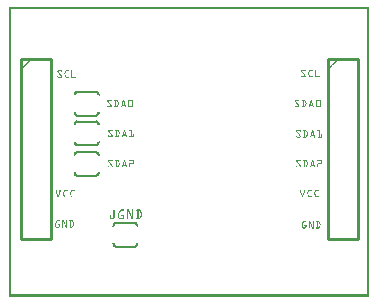
<source format=gto>
G04 MADE WITH FRITZING*
G04 WWW.FRITZING.ORG*
G04 DOUBLE SIDED*
G04 HOLES PLATED*
G04 CONTOUR ON CENTER OF CONTOUR VECTOR*
%ASAXBY*%
%FSLAX23Y23*%
%MOIN*%
%OFA0B0*%
%SFA1.0B1.0*%
%ADD10C,0.008000*%
%ADD11C,0.010000*%
%ADD12R,0.001000X0.001000*%
%LNSILK1*%
G90*
G70*
G54D10*
X420Y167D02*
X357Y167D01*
D02*
X357Y246D02*
X420Y246D01*
G54D11*
D02*
X39Y793D02*
X39Y193D01*
D02*
X39Y193D02*
X139Y193D01*
D02*
X139Y193D02*
X139Y793D01*
D02*
X139Y793D02*
X39Y793D01*
D02*
X1063Y793D02*
X1063Y193D01*
D02*
X1063Y193D02*
X1163Y193D01*
D02*
X1163Y193D02*
X1163Y793D01*
D02*
X1163Y793D02*
X1063Y793D01*
G54D10*
D02*
X227Y482D02*
X290Y482D01*
D02*
X290Y403D02*
X227Y403D01*
D02*
X227Y584D02*
X290Y584D01*
D02*
X290Y506D02*
X227Y506D01*
D02*
X227Y683D02*
X290Y683D01*
D02*
X290Y604D02*
X227Y604D01*
G54D12*
X0Y966D02*
X1199Y966D01*
X0Y965D02*
X1199Y965D01*
X0Y964D02*
X1199Y964D01*
X0Y963D02*
X1199Y963D01*
X0Y962D02*
X1199Y962D01*
X0Y961D02*
X1199Y961D01*
X0Y960D02*
X1199Y960D01*
X0Y959D02*
X1199Y959D01*
X0Y958D02*
X7Y958D01*
X1192Y958D02*
X1199Y958D01*
X0Y957D02*
X7Y957D01*
X1192Y957D02*
X1199Y957D01*
X0Y956D02*
X7Y956D01*
X1192Y956D02*
X1199Y956D01*
X0Y955D02*
X7Y955D01*
X1192Y955D02*
X1199Y955D01*
X0Y954D02*
X7Y954D01*
X1192Y954D02*
X1199Y954D01*
X0Y953D02*
X7Y953D01*
X1192Y953D02*
X1199Y953D01*
X0Y952D02*
X7Y952D01*
X1192Y952D02*
X1199Y952D01*
X0Y951D02*
X7Y951D01*
X1192Y951D02*
X1199Y951D01*
X0Y950D02*
X7Y950D01*
X1192Y950D02*
X1199Y950D01*
X0Y949D02*
X7Y949D01*
X1192Y949D02*
X1199Y949D01*
X0Y948D02*
X7Y948D01*
X1192Y948D02*
X1199Y948D01*
X0Y947D02*
X7Y947D01*
X1192Y947D02*
X1199Y947D01*
X0Y946D02*
X7Y946D01*
X1192Y946D02*
X1199Y946D01*
X0Y945D02*
X7Y945D01*
X1192Y945D02*
X1199Y945D01*
X0Y944D02*
X7Y944D01*
X1192Y944D02*
X1199Y944D01*
X0Y943D02*
X7Y943D01*
X1192Y943D02*
X1199Y943D01*
X0Y942D02*
X7Y942D01*
X1192Y942D02*
X1199Y942D01*
X0Y941D02*
X7Y941D01*
X1192Y941D02*
X1199Y941D01*
X0Y940D02*
X7Y940D01*
X1192Y940D02*
X1199Y940D01*
X0Y939D02*
X7Y939D01*
X1192Y939D02*
X1199Y939D01*
X0Y938D02*
X7Y938D01*
X1192Y938D02*
X1199Y938D01*
X0Y937D02*
X7Y937D01*
X1192Y937D02*
X1199Y937D01*
X0Y936D02*
X7Y936D01*
X1192Y936D02*
X1199Y936D01*
X0Y935D02*
X7Y935D01*
X1192Y935D02*
X1199Y935D01*
X0Y934D02*
X7Y934D01*
X1192Y934D02*
X1199Y934D01*
X0Y933D02*
X7Y933D01*
X1192Y933D02*
X1199Y933D01*
X0Y932D02*
X7Y932D01*
X1192Y932D02*
X1199Y932D01*
X0Y931D02*
X7Y931D01*
X1192Y931D02*
X1199Y931D01*
X0Y930D02*
X7Y930D01*
X1192Y930D02*
X1199Y930D01*
X0Y929D02*
X7Y929D01*
X1192Y929D02*
X1199Y929D01*
X0Y928D02*
X7Y928D01*
X1192Y928D02*
X1199Y928D01*
X0Y927D02*
X7Y927D01*
X1192Y927D02*
X1199Y927D01*
X0Y926D02*
X7Y926D01*
X1192Y926D02*
X1199Y926D01*
X0Y925D02*
X7Y925D01*
X1192Y925D02*
X1199Y925D01*
X0Y924D02*
X7Y924D01*
X1192Y924D02*
X1199Y924D01*
X0Y923D02*
X7Y923D01*
X1192Y923D02*
X1199Y923D01*
X0Y922D02*
X7Y922D01*
X1192Y922D02*
X1199Y922D01*
X0Y921D02*
X7Y921D01*
X1192Y921D02*
X1199Y921D01*
X0Y920D02*
X7Y920D01*
X1192Y920D02*
X1199Y920D01*
X0Y919D02*
X7Y919D01*
X1192Y919D02*
X1199Y919D01*
X0Y918D02*
X7Y918D01*
X1192Y918D02*
X1199Y918D01*
X0Y917D02*
X7Y917D01*
X1192Y917D02*
X1199Y917D01*
X0Y916D02*
X7Y916D01*
X1192Y916D02*
X1199Y916D01*
X0Y915D02*
X7Y915D01*
X1192Y915D02*
X1199Y915D01*
X0Y914D02*
X7Y914D01*
X1192Y914D02*
X1199Y914D01*
X0Y913D02*
X7Y913D01*
X1192Y913D02*
X1199Y913D01*
X0Y912D02*
X7Y912D01*
X1192Y912D02*
X1199Y912D01*
X0Y911D02*
X7Y911D01*
X1192Y911D02*
X1199Y911D01*
X0Y910D02*
X7Y910D01*
X1192Y910D02*
X1199Y910D01*
X0Y909D02*
X7Y909D01*
X1192Y909D02*
X1199Y909D01*
X0Y908D02*
X7Y908D01*
X1192Y908D02*
X1199Y908D01*
X0Y907D02*
X7Y907D01*
X1192Y907D02*
X1199Y907D01*
X0Y906D02*
X7Y906D01*
X1192Y906D02*
X1199Y906D01*
X0Y905D02*
X7Y905D01*
X1192Y905D02*
X1199Y905D01*
X0Y904D02*
X7Y904D01*
X1192Y904D02*
X1199Y904D01*
X0Y903D02*
X7Y903D01*
X1192Y903D02*
X1199Y903D01*
X0Y902D02*
X7Y902D01*
X1192Y902D02*
X1199Y902D01*
X0Y901D02*
X7Y901D01*
X1192Y901D02*
X1199Y901D01*
X0Y900D02*
X7Y900D01*
X1192Y900D02*
X1199Y900D01*
X0Y899D02*
X7Y899D01*
X1192Y899D02*
X1199Y899D01*
X0Y898D02*
X7Y898D01*
X1192Y898D02*
X1199Y898D01*
X0Y897D02*
X7Y897D01*
X1192Y897D02*
X1199Y897D01*
X0Y896D02*
X7Y896D01*
X1192Y896D02*
X1199Y896D01*
X0Y895D02*
X7Y895D01*
X1192Y895D02*
X1199Y895D01*
X0Y894D02*
X7Y894D01*
X1192Y894D02*
X1199Y894D01*
X0Y893D02*
X7Y893D01*
X1192Y893D02*
X1199Y893D01*
X0Y892D02*
X7Y892D01*
X1192Y892D02*
X1199Y892D01*
X0Y891D02*
X7Y891D01*
X1192Y891D02*
X1199Y891D01*
X0Y890D02*
X7Y890D01*
X1192Y890D02*
X1199Y890D01*
X0Y889D02*
X7Y889D01*
X1192Y889D02*
X1199Y889D01*
X0Y888D02*
X7Y888D01*
X1192Y888D02*
X1199Y888D01*
X0Y887D02*
X7Y887D01*
X1192Y887D02*
X1199Y887D01*
X0Y886D02*
X7Y886D01*
X1192Y886D02*
X1199Y886D01*
X0Y885D02*
X7Y885D01*
X1192Y885D02*
X1199Y885D01*
X0Y884D02*
X7Y884D01*
X1192Y884D02*
X1199Y884D01*
X0Y883D02*
X7Y883D01*
X1192Y883D02*
X1199Y883D01*
X0Y882D02*
X7Y882D01*
X1192Y882D02*
X1199Y882D01*
X0Y881D02*
X7Y881D01*
X1192Y881D02*
X1199Y881D01*
X0Y880D02*
X7Y880D01*
X1192Y880D02*
X1199Y880D01*
X0Y879D02*
X7Y879D01*
X1192Y879D02*
X1199Y879D01*
X0Y878D02*
X7Y878D01*
X1192Y878D02*
X1199Y878D01*
X0Y877D02*
X7Y877D01*
X1192Y877D02*
X1199Y877D01*
X0Y876D02*
X7Y876D01*
X1192Y876D02*
X1199Y876D01*
X0Y875D02*
X7Y875D01*
X1192Y875D02*
X1199Y875D01*
X0Y874D02*
X7Y874D01*
X1192Y874D02*
X1199Y874D01*
X0Y873D02*
X7Y873D01*
X1192Y873D02*
X1199Y873D01*
X0Y872D02*
X7Y872D01*
X1192Y872D02*
X1199Y872D01*
X0Y871D02*
X7Y871D01*
X1192Y871D02*
X1199Y871D01*
X0Y870D02*
X7Y870D01*
X1192Y870D02*
X1199Y870D01*
X0Y869D02*
X7Y869D01*
X1192Y869D02*
X1199Y869D01*
X0Y868D02*
X7Y868D01*
X1192Y868D02*
X1199Y868D01*
X0Y867D02*
X7Y867D01*
X1192Y867D02*
X1199Y867D01*
X0Y866D02*
X7Y866D01*
X1192Y866D02*
X1199Y866D01*
X0Y865D02*
X7Y865D01*
X1192Y865D02*
X1199Y865D01*
X0Y864D02*
X7Y864D01*
X1192Y864D02*
X1199Y864D01*
X0Y863D02*
X7Y863D01*
X1192Y863D02*
X1199Y863D01*
X0Y862D02*
X7Y862D01*
X1192Y862D02*
X1199Y862D01*
X0Y861D02*
X7Y861D01*
X1192Y861D02*
X1199Y861D01*
X0Y860D02*
X7Y860D01*
X1192Y860D02*
X1199Y860D01*
X0Y859D02*
X7Y859D01*
X1192Y859D02*
X1199Y859D01*
X0Y858D02*
X7Y858D01*
X1192Y858D02*
X1199Y858D01*
X0Y857D02*
X7Y857D01*
X1192Y857D02*
X1199Y857D01*
X0Y856D02*
X7Y856D01*
X1192Y856D02*
X1199Y856D01*
X0Y855D02*
X7Y855D01*
X1192Y855D02*
X1199Y855D01*
X0Y854D02*
X7Y854D01*
X1192Y854D02*
X1199Y854D01*
X0Y853D02*
X7Y853D01*
X1192Y853D02*
X1199Y853D01*
X0Y852D02*
X7Y852D01*
X1192Y852D02*
X1199Y852D01*
X0Y851D02*
X7Y851D01*
X1192Y851D02*
X1199Y851D01*
X0Y850D02*
X7Y850D01*
X1192Y850D02*
X1199Y850D01*
X0Y849D02*
X7Y849D01*
X1192Y849D02*
X1199Y849D01*
X0Y848D02*
X7Y848D01*
X1192Y848D02*
X1199Y848D01*
X0Y847D02*
X7Y847D01*
X1192Y847D02*
X1199Y847D01*
X0Y846D02*
X7Y846D01*
X1192Y846D02*
X1199Y846D01*
X0Y845D02*
X7Y845D01*
X1192Y845D02*
X1199Y845D01*
X0Y844D02*
X7Y844D01*
X1192Y844D02*
X1199Y844D01*
X0Y843D02*
X7Y843D01*
X1192Y843D02*
X1199Y843D01*
X0Y842D02*
X7Y842D01*
X1192Y842D02*
X1199Y842D01*
X0Y841D02*
X7Y841D01*
X1192Y841D02*
X1199Y841D01*
X0Y840D02*
X7Y840D01*
X1192Y840D02*
X1199Y840D01*
X0Y839D02*
X7Y839D01*
X1192Y839D02*
X1199Y839D01*
X0Y838D02*
X7Y838D01*
X1192Y838D02*
X1199Y838D01*
X0Y837D02*
X7Y837D01*
X1192Y837D02*
X1199Y837D01*
X0Y836D02*
X7Y836D01*
X1192Y836D02*
X1199Y836D01*
X0Y835D02*
X7Y835D01*
X1192Y835D02*
X1199Y835D01*
X0Y834D02*
X7Y834D01*
X1192Y834D02*
X1199Y834D01*
X0Y833D02*
X7Y833D01*
X1192Y833D02*
X1199Y833D01*
X0Y832D02*
X7Y832D01*
X1192Y832D02*
X1199Y832D01*
X0Y831D02*
X7Y831D01*
X1192Y831D02*
X1199Y831D01*
X0Y830D02*
X7Y830D01*
X1192Y830D02*
X1199Y830D01*
X0Y829D02*
X7Y829D01*
X1192Y829D02*
X1199Y829D01*
X0Y828D02*
X7Y828D01*
X1192Y828D02*
X1199Y828D01*
X0Y827D02*
X7Y827D01*
X1192Y827D02*
X1199Y827D01*
X0Y826D02*
X7Y826D01*
X1192Y826D02*
X1199Y826D01*
X0Y825D02*
X7Y825D01*
X1192Y825D02*
X1199Y825D01*
X0Y824D02*
X7Y824D01*
X1192Y824D02*
X1199Y824D01*
X0Y823D02*
X7Y823D01*
X1192Y823D02*
X1199Y823D01*
X0Y822D02*
X7Y822D01*
X1192Y822D02*
X1199Y822D01*
X0Y821D02*
X7Y821D01*
X1192Y821D02*
X1199Y821D01*
X0Y820D02*
X7Y820D01*
X1192Y820D02*
X1199Y820D01*
X0Y819D02*
X7Y819D01*
X1192Y819D02*
X1199Y819D01*
X0Y818D02*
X7Y818D01*
X1192Y818D02*
X1199Y818D01*
X0Y817D02*
X7Y817D01*
X1192Y817D02*
X1199Y817D01*
X0Y816D02*
X7Y816D01*
X1192Y816D02*
X1199Y816D01*
X0Y815D02*
X7Y815D01*
X1192Y815D02*
X1199Y815D01*
X0Y814D02*
X7Y814D01*
X1192Y814D02*
X1199Y814D01*
X0Y813D02*
X7Y813D01*
X1192Y813D02*
X1199Y813D01*
X0Y812D02*
X7Y812D01*
X1192Y812D02*
X1199Y812D01*
X0Y811D02*
X7Y811D01*
X1192Y811D02*
X1199Y811D01*
X0Y810D02*
X7Y810D01*
X1192Y810D02*
X1199Y810D01*
X0Y809D02*
X7Y809D01*
X1192Y809D02*
X1199Y809D01*
X0Y808D02*
X7Y808D01*
X1192Y808D02*
X1199Y808D01*
X0Y807D02*
X7Y807D01*
X1192Y807D02*
X1199Y807D01*
X0Y806D02*
X7Y806D01*
X1192Y806D02*
X1199Y806D01*
X0Y805D02*
X7Y805D01*
X1192Y805D02*
X1199Y805D01*
X0Y804D02*
X7Y804D01*
X1192Y804D02*
X1199Y804D01*
X0Y803D02*
X7Y803D01*
X1192Y803D02*
X1199Y803D01*
X0Y802D02*
X7Y802D01*
X1192Y802D02*
X1199Y802D01*
X0Y801D02*
X7Y801D01*
X1192Y801D02*
X1199Y801D01*
X0Y800D02*
X7Y800D01*
X1192Y800D02*
X1199Y800D01*
X0Y799D02*
X7Y799D01*
X1192Y799D02*
X1199Y799D01*
X0Y798D02*
X7Y798D01*
X1192Y798D02*
X1199Y798D01*
X0Y797D02*
X7Y797D01*
X1192Y797D02*
X1199Y797D01*
X0Y796D02*
X7Y796D01*
X1192Y796D02*
X1199Y796D01*
X0Y795D02*
X7Y795D01*
X1192Y795D02*
X1199Y795D01*
X0Y794D02*
X7Y794D01*
X72Y794D02*
X72Y794D01*
X1095Y794D02*
X1095Y794D01*
X1192Y794D02*
X1199Y794D01*
X0Y793D02*
X7Y793D01*
X71Y793D02*
X73Y793D01*
X1094Y793D02*
X1096Y793D01*
X1192Y793D02*
X1199Y793D01*
X0Y792D02*
X7Y792D01*
X70Y792D02*
X74Y792D01*
X1093Y792D02*
X1097Y792D01*
X1192Y792D02*
X1199Y792D01*
X0Y791D02*
X7Y791D01*
X69Y791D02*
X75Y791D01*
X1092Y791D02*
X1098Y791D01*
X1192Y791D02*
X1199Y791D01*
X0Y790D02*
X7Y790D01*
X68Y790D02*
X74Y790D01*
X1091Y790D02*
X1097Y790D01*
X1192Y790D02*
X1199Y790D01*
X0Y789D02*
X7Y789D01*
X67Y789D02*
X73Y789D01*
X1090Y789D02*
X1096Y789D01*
X1192Y789D02*
X1199Y789D01*
X0Y788D02*
X7Y788D01*
X66Y788D02*
X72Y788D01*
X1089Y788D02*
X1095Y788D01*
X1192Y788D02*
X1199Y788D01*
X0Y787D02*
X7Y787D01*
X65Y787D02*
X71Y787D01*
X1088Y787D02*
X1094Y787D01*
X1192Y787D02*
X1199Y787D01*
X0Y786D02*
X7Y786D01*
X64Y786D02*
X70Y786D01*
X1087Y786D02*
X1093Y786D01*
X1192Y786D02*
X1199Y786D01*
X0Y785D02*
X7Y785D01*
X63Y785D02*
X69Y785D01*
X1086Y785D02*
X1092Y785D01*
X1192Y785D02*
X1199Y785D01*
X0Y784D02*
X7Y784D01*
X62Y784D02*
X68Y784D01*
X1085Y784D02*
X1091Y784D01*
X1192Y784D02*
X1199Y784D01*
X0Y783D02*
X7Y783D01*
X61Y783D02*
X67Y783D01*
X1084Y783D02*
X1090Y783D01*
X1192Y783D02*
X1199Y783D01*
X0Y782D02*
X7Y782D01*
X60Y782D02*
X66Y782D01*
X1083Y782D02*
X1089Y782D01*
X1192Y782D02*
X1199Y782D01*
X0Y781D02*
X7Y781D01*
X59Y781D02*
X65Y781D01*
X1082Y781D02*
X1088Y781D01*
X1192Y781D02*
X1199Y781D01*
X0Y780D02*
X7Y780D01*
X58Y780D02*
X64Y780D01*
X1081Y780D02*
X1087Y780D01*
X1192Y780D02*
X1199Y780D01*
X0Y779D02*
X7Y779D01*
X57Y779D02*
X63Y779D01*
X1080Y779D02*
X1086Y779D01*
X1192Y779D02*
X1199Y779D01*
X0Y778D02*
X7Y778D01*
X56Y778D02*
X62Y778D01*
X1079Y778D02*
X1085Y778D01*
X1192Y778D02*
X1199Y778D01*
X0Y777D02*
X7Y777D01*
X55Y777D02*
X61Y777D01*
X1078Y777D02*
X1084Y777D01*
X1192Y777D02*
X1199Y777D01*
X0Y776D02*
X7Y776D01*
X54Y776D02*
X59Y776D01*
X1077Y776D02*
X1082Y776D01*
X1192Y776D02*
X1199Y776D01*
X0Y775D02*
X7Y775D01*
X53Y775D02*
X58Y775D01*
X1076Y775D02*
X1081Y775D01*
X1192Y775D02*
X1199Y775D01*
X0Y774D02*
X7Y774D01*
X52Y774D02*
X57Y774D01*
X1075Y774D02*
X1080Y774D01*
X1192Y774D02*
X1199Y774D01*
X0Y773D02*
X7Y773D01*
X51Y773D02*
X56Y773D01*
X1074Y773D02*
X1079Y773D01*
X1192Y773D02*
X1199Y773D01*
X0Y772D02*
X7Y772D01*
X50Y772D02*
X55Y772D01*
X1073Y772D02*
X1078Y772D01*
X1192Y772D02*
X1199Y772D01*
X0Y771D02*
X7Y771D01*
X49Y771D02*
X55Y771D01*
X1072Y771D02*
X1077Y771D01*
X1192Y771D02*
X1199Y771D01*
X0Y770D02*
X7Y770D01*
X48Y770D02*
X54Y770D01*
X1071Y770D02*
X1077Y770D01*
X1192Y770D02*
X1199Y770D01*
X0Y769D02*
X7Y769D01*
X47Y769D02*
X53Y769D01*
X1070Y769D02*
X1076Y769D01*
X1192Y769D02*
X1199Y769D01*
X0Y768D02*
X7Y768D01*
X46Y768D02*
X52Y768D01*
X1069Y768D02*
X1075Y768D01*
X1192Y768D02*
X1199Y768D01*
X0Y767D02*
X7Y767D01*
X45Y767D02*
X51Y767D01*
X1068Y767D02*
X1074Y767D01*
X1192Y767D02*
X1199Y767D01*
X0Y766D02*
X7Y766D01*
X44Y766D02*
X50Y766D01*
X1067Y766D02*
X1073Y766D01*
X1192Y766D02*
X1199Y766D01*
X0Y765D02*
X7Y765D01*
X43Y765D02*
X49Y765D01*
X1066Y765D02*
X1072Y765D01*
X1192Y765D02*
X1199Y765D01*
X0Y764D02*
X7Y764D01*
X42Y764D02*
X48Y764D01*
X1065Y764D02*
X1071Y764D01*
X1192Y764D02*
X1199Y764D01*
X0Y763D02*
X7Y763D01*
X41Y763D02*
X47Y763D01*
X1064Y763D02*
X1070Y763D01*
X1192Y763D02*
X1199Y763D01*
X0Y762D02*
X7Y762D01*
X40Y762D02*
X46Y762D01*
X1063Y762D02*
X1069Y762D01*
X1192Y762D02*
X1199Y762D01*
X0Y761D02*
X7Y761D01*
X39Y761D02*
X45Y761D01*
X1062Y761D02*
X1068Y761D01*
X1192Y761D02*
X1199Y761D01*
X0Y760D02*
X7Y760D01*
X38Y760D02*
X44Y760D01*
X1061Y760D02*
X1067Y760D01*
X1192Y760D02*
X1199Y760D01*
X0Y759D02*
X7Y759D01*
X38Y759D02*
X43Y759D01*
X1061Y759D02*
X1066Y759D01*
X1192Y759D02*
X1199Y759D01*
X0Y758D02*
X7Y758D01*
X39Y758D02*
X42Y758D01*
X1062Y758D02*
X1065Y758D01*
X1192Y758D02*
X1199Y758D01*
X0Y757D02*
X7Y757D01*
X40Y757D02*
X41Y757D01*
X975Y757D02*
X986Y757D01*
X1003Y757D02*
X1011Y757D01*
X1021Y757D02*
X1022Y757D01*
X1063Y757D02*
X1064Y757D01*
X1192Y757D02*
X1199Y757D01*
X0Y756D02*
X7Y756D01*
X163Y756D02*
X172Y756D01*
X191Y756D02*
X198Y756D01*
X209Y756D02*
X209Y756D01*
X974Y756D02*
X987Y756D01*
X1002Y756D02*
X1012Y756D01*
X1020Y756D02*
X1022Y756D01*
X1192Y756D02*
X1199Y756D01*
X0Y755D02*
X7Y755D01*
X162Y755D02*
X174Y755D01*
X189Y755D02*
X199Y755D01*
X208Y755D02*
X210Y755D01*
X973Y755D02*
X988Y755D01*
X1001Y755D02*
X1012Y755D01*
X1020Y755D02*
X1022Y755D01*
X1192Y755D02*
X1199Y755D01*
X0Y754D02*
X7Y754D01*
X161Y754D02*
X175Y754D01*
X189Y754D02*
X199Y754D01*
X208Y754D02*
X210Y754D01*
X973Y754D02*
X976Y754D01*
X985Y754D02*
X988Y754D01*
X1000Y754D02*
X1004Y754D01*
X1020Y754D02*
X1022Y754D01*
X1192Y754D02*
X1199Y754D01*
X0Y753D02*
X7Y753D01*
X161Y753D02*
X176Y753D01*
X188Y753D02*
X198Y753D01*
X208Y753D02*
X210Y753D01*
X973Y753D02*
X976Y753D01*
X986Y753D02*
X988Y753D01*
X1000Y753D02*
X1002Y753D01*
X1020Y753D02*
X1022Y753D01*
X1192Y753D02*
X1199Y753D01*
X0Y752D02*
X7Y752D01*
X161Y752D02*
X163Y752D01*
X173Y752D02*
X176Y752D01*
X187Y752D02*
X190Y752D01*
X208Y752D02*
X210Y752D01*
X973Y752D02*
X976Y752D01*
X986Y752D02*
X988Y752D01*
X999Y752D02*
X1002Y752D01*
X1020Y752D02*
X1022Y752D01*
X1192Y752D02*
X1199Y752D01*
X0Y751D02*
X7Y751D01*
X161Y751D02*
X164Y751D01*
X174Y751D02*
X176Y751D01*
X187Y751D02*
X190Y751D01*
X208Y751D02*
X210Y751D01*
X974Y751D02*
X977Y751D01*
X999Y751D02*
X1001Y751D01*
X1020Y751D02*
X1022Y751D01*
X1192Y751D02*
X1199Y751D01*
X0Y750D02*
X7Y750D01*
X161Y750D02*
X165Y750D01*
X186Y750D02*
X189Y750D01*
X208Y750D02*
X210Y750D01*
X975Y750D02*
X978Y750D01*
X998Y750D02*
X1001Y750D01*
X1020Y750D02*
X1022Y750D01*
X1192Y750D02*
X1199Y750D01*
X0Y749D02*
X7Y749D01*
X162Y749D02*
X165Y749D01*
X186Y749D02*
X189Y749D01*
X208Y749D02*
X210Y749D01*
X975Y749D02*
X979Y749D01*
X998Y749D02*
X1000Y749D01*
X1020Y749D02*
X1022Y749D01*
X1192Y749D02*
X1199Y749D01*
X0Y748D02*
X7Y748D01*
X163Y748D02*
X166Y748D01*
X185Y748D02*
X188Y748D01*
X208Y748D02*
X210Y748D01*
X976Y748D02*
X979Y748D01*
X997Y748D02*
X1000Y748D01*
X1020Y748D02*
X1022Y748D01*
X1192Y748D02*
X1199Y748D01*
X0Y747D02*
X7Y747D01*
X164Y747D02*
X167Y747D01*
X185Y747D02*
X188Y747D01*
X208Y747D02*
X210Y747D01*
X977Y747D02*
X980Y747D01*
X997Y747D02*
X999Y747D01*
X1020Y747D02*
X1022Y747D01*
X1192Y747D02*
X1199Y747D01*
X0Y746D02*
X7Y746D01*
X164Y746D02*
X168Y746D01*
X185Y746D02*
X187Y746D01*
X208Y746D02*
X210Y746D01*
X978Y746D02*
X981Y746D01*
X997Y746D02*
X999Y746D01*
X1020Y746D02*
X1022Y746D01*
X1192Y746D02*
X1199Y746D01*
X0Y745D02*
X7Y745D01*
X165Y745D02*
X169Y745D01*
X184Y745D02*
X187Y745D01*
X208Y745D02*
X210Y745D01*
X979Y745D02*
X982Y745D01*
X996Y745D02*
X999Y745D01*
X1020Y745D02*
X1022Y745D01*
X1192Y745D02*
X1199Y745D01*
X0Y744D02*
X7Y744D01*
X166Y744D02*
X169Y744D01*
X184Y744D02*
X187Y744D01*
X208Y744D02*
X210Y744D01*
X979Y744D02*
X983Y744D01*
X997Y744D02*
X999Y744D01*
X1020Y744D02*
X1022Y744D01*
X1192Y744D02*
X1199Y744D01*
X0Y743D02*
X7Y743D01*
X167Y743D02*
X170Y743D01*
X184Y743D02*
X187Y743D01*
X208Y743D02*
X210Y743D01*
X980Y743D02*
X983Y743D01*
X997Y743D02*
X999Y743D01*
X1020Y743D02*
X1022Y743D01*
X1192Y743D02*
X1199Y743D01*
X0Y742D02*
X7Y742D01*
X168Y742D02*
X171Y742D01*
X184Y742D02*
X187Y742D01*
X208Y742D02*
X210Y742D01*
X981Y742D02*
X984Y742D01*
X997Y742D02*
X1000Y742D01*
X1020Y742D02*
X1022Y742D01*
X1192Y742D02*
X1199Y742D01*
X0Y741D02*
X7Y741D01*
X168Y741D02*
X172Y741D01*
X185Y741D02*
X187Y741D01*
X208Y741D02*
X210Y741D01*
X982Y741D02*
X985Y741D01*
X997Y741D02*
X1000Y741D01*
X1020Y741D02*
X1022Y741D01*
X1192Y741D02*
X1199Y741D01*
X0Y740D02*
X7Y740D01*
X169Y740D02*
X172Y740D01*
X185Y740D02*
X188Y740D01*
X208Y740D02*
X210Y740D01*
X982Y740D02*
X986Y740D01*
X998Y740D02*
X1001Y740D01*
X1020Y740D02*
X1022Y740D01*
X1192Y740D02*
X1199Y740D01*
X0Y739D02*
X7Y739D01*
X170Y739D02*
X173Y739D01*
X185Y739D02*
X188Y739D01*
X208Y739D02*
X210Y739D01*
X983Y739D02*
X986Y739D01*
X998Y739D02*
X1001Y739D01*
X1020Y739D02*
X1022Y739D01*
X1192Y739D02*
X1199Y739D01*
X0Y738D02*
X7Y738D01*
X171Y738D02*
X174Y738D01*
X186Y738D02*
X189Y738D01*
X208Y738D02*
X210Y738D01*
X984Y738D02*
X987Y738D01*
X999Y738D02*
X1002Y738D01*
X1020Y738D02*
X1022Y738D01*
X1192Y738D02*
X1199Y738D01*
X0Y737D02*
X7Y737D01*
X171Y737D02*
X175Y737D01*
X186Y737D02*
X189Y737D01*
X208Y737D02*
X210Y737D01*
X973Y737D02*
X975Y737D01*
X985Y737D02*
X988Y737D01*
X999Y737D02*
X1002Y737D01*
X1020Y737D02*
X1022Y737D01*
X1192Y737D02*
X1199Y737D01*
X0Y736D02*
X7Y736D01*
X161Y736D02*
X162Y736D01*
X172Y736D02*
X175Y736D01*
X187Y736D02*
X190Y736D01*
X208Y736D02*
X210Y736D01*
X973Y736D02*
X975Y736D01*
X986Y736D02*
X988Y736D01*
X1000Y736D02*
X1003Y736D01*
X1020Y736D02*
X1022Y736D01*
X1192Y736D02*
X1199Y736D01*
X0Y735D02*
X7Y735D01*
X161Y735D02*
X163Y735D01*
X173Y735D02*
X176Y735D01*
X187Y735D02*
X190Y735D01*
X208Y735D02*
X210Y735D01*
X973Y735D02*
X988Y735D01*
X1000Y735D02*
X1011Y735D01*
X1020Y735D02*
X1034Y735D01*
X1192Y735D02*
X1199Y735D01*
X0Y734D02*
X7Y734D01*
X161Y734D02*
X164Y734D01*
X173Y734D02*
X176Y734D01*
X188Y734D02*
X191Y734D01*
X208Y734D02*
X210Y734D01*
X974Y734D02*
X988Y734D01*
X1001Y734D02*
X1012Y734D01*
X1020Y734D02*
X1035Y734D01*
X1192Y734D02*
X1199Y734D01*
X0Y733D02*
X7Y733D01*
X161Y733D02*
X175Y733D01*
X188Y733D02*
X199Y733D01*
X208Y733D02*
X223Y733D01*
X974Y733D02*
X987Y733D01*
X1002Y733D02*
X1012Y733D01*
X1020Y733D02*
X1035Y733D01*
X1192Y733D02*
X1199Y733D01*
X0Y732D02*
X7Y732D01*
X162Y732D02*
X175Y732D01*
X189Y732D02*
X199Y732D01*
X208Y732D02*
X223Y732D01*
X976Y732D02*
X985Y732D01*
X1004Y732D02*
X1011Y732D01*
X1020Y732D02*
X1034Y732D01*
X1192Y732D02*
X1199Y732D01*
X0Y731D02*
X7Y731D01*
X163Y731D02*
X174Y731D01*
X191Y731D02*
X199Y731D01*
X208Y731D02*
X222Y731D01*
X1192Y731D02*
X1199Y731D01*
X0Y730D02*
X7Y730D01*
X1192Y730D02*
X1199Y730D01*
X0Y729D02*
X7Y729D01*
X1192Y729D02*
X1199Y729D01*
X0Y728D02*
X7Y728D01*
X1192Y728D02*
X1199Y728D01*
X0Y727D02*
X7Y727D01*
X1192Y727D02*
X1199Y727D01*
X0Y726D02*
X7Y726D01*
X1192Y726D02*
X1199Y726D01*
X0Y725D02*
X7Y725D01*
X1192Y725D02*
X1199Y725D01*
X0Y724D02*
X7Y724D01*
X1192Y724D02*
X1199Y724D01*
X0Y723D02*
X7Y723D01*
X1192Y723D02*
X1199Y723D01*
X0Y722D02*
X7Y722D01*
X1192Y722D02*
X1199Y722D01*
X0Y721D02*
X7Y721D01*
X1192Y721D02*
X1199Y721D01*
X0Y720D02*
X7Y720D01*
X1192Y720D02*
X1199Y720D01*
X0Y719D02*
X7Y719D01*
X1192Y719D02*
X1199Y719D01*
X0Y718D02*
X7Y718D01*
X1192Y718D02*
X1199Y718D01*
X0Y717D02*
X7Y717D01*
X1192Y717D02*
X1199Y717D01*
X0Y716D02*
X7Y716D01*
X1192Y716D02*
X1199Y716D01*
X0Y715D02*
X7Y715D01*
X1192Y715D02*
X1199Y715D01*
X0Y714D02*
X7Y714D01*
X1192Y714D02*
X1199Y714D01*
X0Y713D02*
X7Y713D01*
X1192Y713D02*
X1199Y713D01*
X0Y712D02*
X7Y712D01*
X1192Y712D02*
X1199Y712D01*
X0Y711D02*
X7Y711D01*
X1192Y711D02*
X1199Y711D01*
X0Y710D02*
X7Y710D01*
X1192Y710D02*
X1199Y710D01*
X0Y709D02*
X7Y709D01*
X1192Y709D02*
X1199Y709D01*
X0Y708D02*
X7Y708D01*
X1192Y708D02*
X1199Y708D01*
X0Y707D02*
X7Y707D01*
X1192Y707D02*
X1199Y707D01*
X0Y706D02*
X7Y706D01*
X1192Y706D02*
X1199Y706D01*
X0Y705D02*
X7Y705D01*
X1192Y705D02*
X1199Y705D01*
X0Y704D02*
X7Y704D01*
X1192Y704D02*
X1199Y704D01*
X0Y703D02*
X7Y703D01*
X1192Y703D02*
X1199Y703D01*
X0Y702D02*
X7Y702D01*
X1192Y702D02*
X1199Y702D01*
X0Y701D02*
X7Y701D01*
X1192Y701D02*
X1199Y701D01*
X0Y700D02*
X7Y700D01*
X1192Y700D02*
X1199Y700D01*
X0Y699D02*
X7Y699D01*
X1192Y699D02*
X1199Y699D01*
X0Y698D02*
X7Y698D01*
X1192Y698D02*
X1199Y698D01*
X0Y697D02*
X7Y697D01*
X1192Y697D02*
X1199Y697D01*
X0Y696D02*
X7Y696D01*
X1192Y696D02*
X1199Y696D01*
X0Y695D02*
X7Y695D01*
X1192Y695D02*
X1199Y695D01*
X0Y694D02*
X7Y694D01*
X1192Y694D02*
X1199Y694D01*
X0Y693D02*
X7Y693D01*
X1192Y693D02*
X1199Y693D01*
X0Y692D02*
X7Y692D01*
X1192Y692D02*
X1199Y692D01*
X0Y691D02*
X7Y691D01*
X1192Y691D02*
X1199Y691D01*
X0Y690D02*
X7Y690D01*
X1192Y690D02*
X1199Y690D01*
X0Y689D02*
X7Y689D01*
X1192Y689D02*
X1199Y689D01*
X0Y688D02*
X7Y688D01*
X1192Y688D02*
X1199Y688D01*
X0Y687D02*
X7Y687D01*
X1192Y687D02*
X1199Y687D01*
X0Y686D02*
X7Y686D01*
X223Y686D02*
X225Y686D01*
X291Y686D02*
X293Y686D01*
X1192Y686D02*
X1199Y686D01*
X0Y685D02*
X7Y685D01*
X221Y685D02*
X226Y685D01*
X290Y685D02*
X295Y685D01*
X1192Y685D02*
X1199Y685D01*
X0Y684D02*
X7Y684D01*
X220Y684D02*
X226Y684D01*
X290Y684D02*
X296Y684D01*
X1192Y684D02*
X1199Y684D01*
X0Y683D02*
X7Y683D01*
X219Y683D02*
X226Y683D01*
X290Y683D02*
X297Y683D01*
X1192Y683D02*
X1199Y683D01*
X0Y682D02*
X7Y682D01*
X218Y682D02*
X226Y682D01*
X290Y682D02*
X298Y682D01*
X1192Y682D02*
X1199Y682D01*
X0Y681D02*
X7Y681D01*
X217Y681D02*
X226Y681D01*
X290Y681D02*
X299Y681D01*
X1192Y681D02*
X1199Y681D01*
X0Y680D02*
X7Y680D01*
X217Y680D02*
X227Y680D01*
X289Y680D02*
X299Y680D01*
X1192Y680D02*
X1199Y680D01*
X0Y679D02*
X7Y679D01*
X216Y679D02*
X226Y679D01*
X290Y679D02*
X300Y679D01*
X1192Y679D02*
X1199Y679D01*
X0Y678D02*
X7Y678D01*
X216Y678D02*
X224Y678D01*
X292Y678D02*
X300Y678D01*
X1192Y678D02*
X1199Y678D01*
X0Y677D02*
X7Y677D01*
X216Y677D02*
X223Y677D01*
X293Y677D02*
X300Y677D01*
X1192Y677D02*
X1199Y677D01*
X0Y676D02*
X7Y676D01*
X215Y676D02*
X223Y676D01*
X293Y676D02*
X301Y676D01*
X1192Y676D02*
X1199Y676D01*
X0Y675D02*
X7Y675D01*
X215Y675D02*
X222Y675D01*
X294Y675D02*
X301Y675D01*
X1192Y675D02*
X1199Y675D01*
X0Y674D02*
X7Y674D01*
X215Y674D02*
X222Y674D01*
X294Y674D02*
X301Y674D01*
X1192Y674D02*
X1199Y674D01*
X0Y673D02*
X7Y673D01*
X215Y673D02*
X222Y673D01*
X294Y673D02*
X301Y673D01*
X1192Y673D02*
X1199Y673D01*
X0Y672D02*
X7Y672D01*
X215Y672D02*
X221Y672D01*
X295Y672D02*
X301Y672D01*
X1192Y672D02*
X1199Y672D01*
X0Y671D02*
X7Y671D01*
X215Y671D02*
X216Y671D01*
X300Y671D02*
X301Y671D01*
X1192Y671D02*
X1199Y671D01*
X0Y670D02*
X7Y670D01*
X1192Y670D02*
X1199Y670D01*
X0Y669D02*
X7Y669D01*
X1192Y669D02*
X1199Y669D01*
X0Y668D02*
X7Y668D01*
X1192Y668D02*
X1199Y668D01*
X0Y667D02*
X7Y667D01*
X1192Y667D02*
X1199Y667D01*
X0Y666D02*
X7Y666D01*
X1192Y666D02*
X1199Y666D01*
X0Y665D02*
X7Y665D01*
X1192Y665D02*
X1199Y665D01*
X0Y664D02*
X7Y664D01*
X1192Y664D02*
X1199Y664D01*
X0Y663D02*
X7Y663D01*
X1192Y663D02*
X1199Y663D01*
X0Y662D02*
X7Y662D01*
X1192Y662D02*
X1199Y662D01*
X0Y661D02*
X7Y661D01*
X1192Y661D02*
X1199Y661D01*
X0Y660D02*
X7Y660D01*
X1192Y660D02*
X1199Y660D01*
X0Y659D02*
X7Y659D01*
X1192Y659D02*
X1199Y659D01*
X0Y658D02*
X7Y658D01*
X1192Y658D02*
X1199Y658D01*
X0Y657D02*
X7Y657D01*
X328Y657D02*
X339Y657D01*
X350Y657D02*
X359Y657D01*
X381Y657D02*
X382Y657D01*
X399Y657D02*
X411Y657D01*
X954Y657D02*
X965Y657D01*
X976Y657D02*
X984Y657D01*
X1006Y657D02*
X1007Y657D01*
X1025Y657D02*
X1036Y657D01*
X1192Y657D02*
X1199Y657D01*
X0Y656D02*
X7Y656D01*
X327Y656D02*
X340Y656D01*
X350Y656D02*
X360Y656D01*
X380Y656D02*
X382Y656D01*
X398Y656D02*
X412Y656D01*
X953Y656D02*
X966Y656D01*
X976Y656D02*
X986Y656D01*
X1006Y656D02*
X1008Y656D01*
X1023Y656D02*
X1037Y656D01*
X1192Y656D02*
X1199Y656D01*
X0Y655D02*
X7Y655D01*
X327Y655D02*
X341Y655D01*
X350Y655D02*
X361Y655D01*
X380Y655D02*
X383Y655D01*
X397Y655D02*
X412Y655D01*
X952Y655D02*
X967Y655D01*
X976Y655D02*
X986Y655D01*
X1005Y655D02*
X1008Y655D01*
X1023Y655D02*
X1038Y655D01*
X1192Y655D02*
X1199Y655D01*
X0Y654D02*
X7Y654D01*
X326Y654D02*
X329Y654D01*
X339Y654D02*
X341Y654D01*
X353Y654D02*
X356Y654D01*
X358Y654D02*
X361Y654D01*
X379Y654D02*
X383Y654D01*
X397Y654D02*
X400Y654D01*
X410Y654D02*
X412Y654D01*
X952Y654D02*
X955Y654D01*
X964Y654D02*
X967Y654D01*
X978Y654D02*
X981Y654D01*
X984Y654D02*
X987Y654D01*
X1005Y654D02*
X1009Y654D01*
X1023Y654D02*
X1025Y654D01*
X1035Y654D02*
X1038Y654D01*
X1192Y654D02*
X1199Y654D01*
X0Y653D02*
X7Y653D01*
X326Y653D02*
X329Y653D01*
X339Y653D02*
X342Y653D01*
X353Y653D02*
X355Y653D01*
X359Y653D02*
X362Y653D01*
X379Y653D02*
X383Y653D01*
X397Y653D02*
X399Y653D01*
X410Y653D02*
X412Y653D01*
X952Y653D02*
X955Y653D01*
X965Y653D02*
X967Y653D01*
X979Y653D02*
X981Y653D01*
X985Y653D02*
X988Y653D01*
X1005Y653D02*
X1009Y653D01*
X1023Y653D02*
X1025Y653D01*
X1036Y653D02*
X1038Y653D01*
X1192Y653D02*
X1199Y653D01*
X0Y652D02*
X7Y652D01*
X327Y652D02*
X330Y652D01*
X340Y652D02*
X341Y652D01*
X353Y652D02*
X355Y652D01*
X360Y652D02*
X362Y652D01*
X379Y652D02*
X384Y652D01*
X397Y652D02*
X399Y652D01*
X410Y652D02*
X412Y652D01*
X952Y652D02*
X955Y652D01*
X965Y652D02*
X967Y652D01*
X979Y652D02*
X981Y652D01*
X985Y652D02*
X988Y652D01*
X1004Y652D02*
X1009Y652D01*
X1023Y652D02*
X1025Y652D01*
X1036Y652D02*
X1038Y652D01*
X1192Y652D02*
X1199Y652D01*
X0Y651D02*
X7Y651D01*
X327Y651D02*
X331Y651D01*
X353Y651D02*
X355Y651D01*
X360Y651D02*
X363Y651D01*
X378Y651D02*
X384Y651D01*
X397Y651D02*
X399Y651D01*
X410Y651D02*
X412Y651D01*
X953Y651D02*
X956Y651D01*
X979Y651D02*
X981Y651D01*
X986Y651D02*
X989Y651D01*
X1004Y651D02*
X1009Y651D01*
X1023Y651D02*
X1025Y651D01*
X1036Y651D02*
X1038Y651D01*
X1192Y651D02*
X1199Y651D01*
X0Y650D02*
X7Y650D01*
X328Y650D02*
X331Y650D01*
X353Y650D02*
X355Y650D01*
X361Y650D02*
X363Y650D01*
X378Y650D02*
X384Y650D01*
X397Y650D02*
X399Y650D01*
X410Y650D02*
X412Y650D01*
X954Y650D02*
X957Y650D01*
X979Y650D02*
X981Y650D01*
X986Y650D02*
X989Y650D01*
X1004Y650D02*
X1010Y650D01*
X1023Y650D02*
X1025Y650D01*
X1036Y650D02*
X1038Y650D01*
X1192Y650D02*
X1199Y650D01*
X0Y649D02*
X7Y649D01*
X329Y649D02*
X332Y649D01*
X353Y649D02*
X355Y649D01*
X361Y649D02*
X364Y649D01*
X378Y649D02*
X380Y649D01*
X382Y649D02*
X384Y649D01*
X397Y649D02*
X399Y649D01*
X410Y649D02*
X412Y649D01*
X955Y649D02*
X958Y649D01*
X979Y649D02*
X981Y649D01*
X987Y649D02*
X990Y649D01*
X1004Y649D02*
X1010Y649D01*
X1023Y649D02*
X1025Y649D01*
X1036Y649D02*
X1038Y649D01*
X1192Y649D02*
X1199Y649D01*
X0Y648D02*
X7Y648D01*
X330Y648D02*
X333Y648D01*
X353Y648D02*
X355Y648D01*
X362Y648D02*
X364Y648D01*
X378Y648D02*
X380Y648D01*
X382Y648D02*
X385Y648D01*
X397Y648D02*
X399Y648D01*
X410Y648D02*
X412Y648D01*
X955Y648D02*
X959Y648D01*
X979Y648D02*
X981Y648D01*
X987Y648D02*
X990Y648D01*
X1003Y648D02*
X1006Y648D01*
X1008Y648D02*
X1010Y648D01*
X1023Y648D02*
X1025Y648D01*
X1036Y648D02*
X1038Y648D01*
X1192Y648D02*
X1199Y648D01*
X0Y647D02*
X7Y647D01*
X331Y647D02*
X334Y647D01*
X353Y647D02*
X355Y647D01*
X362Y647D02*
X365Y647D01*
X377Y647D02*
X380Y647D01*
X383Y647D02*
X385Y647D01*
X397Y647D02*
X399Y647D01*
X410Y647D02*
X412Y647D01*
X956Y647D02*
X959Y647D01*
X979Y647D02*
X981Y647D01*
X988Y647D02*
X990Y647D01*
X1003Y647D02*
X1005Y647D01*
X1008Y647D02*
X1011Y647D01*
X1023Y647D02*
X1025Y647D01*
X1036Y647D02*
X1038Y647D01*
X1192Y647D02*
X1199Y647D01*
X0Y646D02*
X7Y646D01*
X331Y646D02*
X335Y646D01*
X353Y646D02*
X355Y646D01*
X363Y646D02*
X365Y646D01*
X377Y646D02*
X379Y646D01*
X383Y646D02*
X385Y646D01*
X397Y646D02*
X399Y646D01*
X410Y646D02*
X412Y646D01*
X957Y646D02*
X960Y646D01*
X979Y646D02*
X981Y646D01*
X988Y646D02*
X991Y646D01*
X1003Y646D02*
X1005Y646D01*
X1008Y646D02*
X1011Y646D01*
X1023Y646D02*
X1025Y646D01*
X1036Y646D02*
X1038Y646D01*
X1192Y646D02*
X1199Y646D01*
X0Y645D02*
X7Y645D01*
X332Y645D02*
X335Y645D01*
X353Y645D02*
X355Y645D01*
X363Y645D02*
X365Y645D01*
X377Y645D02*
X379Y645D01*
X383Y645D02*
X386Y645D01*
X397Y645D02*
X399Y645D01*
X410Y645D02*
X412Y645D01*
X958Y645D02*
X961Y645D01*
X979Y645D02*
X981Y645D01*
X989Y645D02*
X991Y645D01*
X1002Y645D02*
X1005Y645D01*
X1009Y645D02*
X1011Y645D01*
X1023Y645D02*
X1025Y645D01*
X1036Y645D02*
X1038Y645D01*
X1192Y645D02*
X1199Y645D01*
X0Y644D02*
X7Y644D01*
X333Y644D02*
X336Y644D01*
X353Y644D02*
X355Y644D01*
X363Y644D02*
X365Y644D01*
X376Y644D02*
X379Y644D01*
X383Y644D02*
X386Y644D01*
X397Y644D02*
X399Y644D01*
X410Y644D02*
X412Y644D01*
X958Y644D02*
X962Y644D01*
X979Y644D02*
X981Y644D01*
X988Y644D02*
X991Y644D01*
X1002Y644D02*
X1005Y644D01*
X1009Y644D02*
X1011Y644D01*
X1023Y644D02*
X1025Y644D01*
X1036Y644D02*
X1038Y644D01*
X1192Y644D02*
X1199Y644D01*
X0Y643D02*
X7Y643D01*
X334Y643D02*
X337Y643D01*
X353Y643D02*
X355Y643D01*
X362Y643D02*
X365Y643D01*
X376Y643D02*
X379Y643D01*
X384Y643D02*
X386Y643D01*
X397Y643D02*
X399Y643D01*
X410Y643D02*
X412Y643D01*
X959Y643D02*
X962Y643D01*
X979Y643D02*
X981Y643D01*
X988Y643D02*
X991Y643D01*
X1002Y643D02*
X1004Y643D01*
X1009Y643D02*
X1012Y643D01*
X1023Y643D02*
X1025Y643D01*
X1036Y643D02*
X1038Y643D01*
X1192Y643D02*
X1199Y643D01*
X0Y642D02*
X7Y642D01*
X334Y642D02*
X338Y642D01*
X353Y642D02*
X355Y642D01*
X362Y642D02*
X365Y642D01*
X376Y642D02*
X378Y642D01*
X384Y642D02*
X386Y642D01*
X397Y642D02*
X399Y642D01*
X410Y642D02*
X412Y642D01*
X960Y642D02*
X963Y642D01*
X979Y642D02*
X981Y642D01*
X988Y642D02*
X990Y642D01*
X1002Y642D02*
X1004Y642D01*
X1010Y642D02*
X1012Y642D01*
X1023Y642D02*
X1025Y642D01*
X1036Y642D02*
X1038Y642D01*
X1192Y642D02*
X1199Y642D01*
X0Y641D02*
X7Y641D01*
X335Y641D02*
X338Y641D01*
X353Y641D02*
X355Y641D01*
X362Y641D02*
X364Y641D01*
X376Y641D02*
X378Y641D01*
X384Y641D02*
X387Y641D01*
X397Y641D02*
X399Y641D01*
X410Y641D02*
X412Y641D01*
X961Y641D02*
X964Y641D01*
X979Y641D02*
X981Y641D01*
X987Y641D02*
X990Y641D01*
X1001Y641D02*
X1004Y641D01*
X1010Y641D02*
X1012Y641D01*
X1023Y641D02*
X1025Y641D01*
X1036Y641D02*
X1038Y641D01*
X1192Y641D02*
X1199Y641D01*
X0Y640D02*
X7Y640D01*
X336Y640D02*
X339Y640D01*
X353Y640D02*
X355Y640D01*
X361Y640D02*
X364Y640D01*
X375Y640D02*
X387Y640D01*
X397Y640D02*
X399Y640D01*
X410Y640D02*
X412Y640D01*
X962Y640D02*
X965Y640D01*
X979Y640D02*
X981Y640D01*
X987Y640D02*
X989Y640D01*
X1001Y640D02*
X1013Y640D01*
X1023Y640D02*
X1025Y640D01*
X1036Y640D02*
X1038Y640D01*
X1192Y640D02*
X1199Y640D01*
X0Y639D02*
X7Y639D01*
X337Y639D02*
X340Y639D01*
X353Y639D02*
X355Y639D01*
X360Y639D02*
X363Y639D01*
X375Y639D02*
X387Y639D01*
X397Y639D02*
X399Y639D01*
X410Y639D02*
X412Y639D01*
X962Y639D02*
X966Y639D01*
X979Y639D02*
X981Y639D01*
X986Y639D02*
X989Y639D01*
X1001Y639D02*
X1013Y639D01*
X1023Y639D02*
X1025Y639D01*
X1036Y639D02*
X1038Y639D01*
X1192Y639D02*
X1199Y639D01*
X0Y638D02*
X7Y638D01*
X338Y638D02*
X341Y638D01*
X353Y638D02*
X355Y638D01*
X360Y638D02*
X363Y638D01*
X375Y638D02*
X388Y638D01*
X397Y638D02*
X399Y638D01*
X410Y638D02*
X412Y638D01*
X963Y638D02*
X966Y638D01*
X979Y638D02*
X981Y638D01*
X986Y638D02*
X988Y638D01*
X1000Y638D02*
X1013Y638D01*
X1023Y638D02*
X1025Y638D01*
X1036Y638D02*
X1038Y638D01*
X1192Y638D02*
X1199Y638D01*
X0Y637D02*
X7Y637D01*
X326Y637D02*
X328Y637D01*
X338Y637D02*
X341Y637D01*
X353Y637D02*
X355Y637D01*
X359Y637D02*
X362Y637D01*
X374Y637D02*
X377Y637D01*
X385Y637D02*
X388Y637D01*
X397Y637D02*
X399Y637D01*
X410Y637D02*
X412Y637D01*
X952Y637D02*
X954Y637D01*
X964Y637D02*
X967Y637D01*
X979Y637D02*
X981Y637D01*
X985Y637D02*
X988Y637D01*
X1000Y637D02*
X1003Y637D01*
X1011Y637D02*
X1013Y637D01*
X1023Y637D02*
X1025Y637D01*
X1036Y637D02*
X1038Y637D01*
X1192Y637D02*
X1199Y637D01*
X0Y636D02*
X7Y636D01*
X326Y636D02*
X329Y636D01*
X339Y636D02*
X342Y636D01*
X353Y636D02*
X355Y636D01*
X359Y636D02*
X362Y636D01*
X374Y636D02*
X377Y636D01*
X386Y636D02*
X388Y636D01*
X397Y636D02*
X399Y636D01*
X410Y636D02*
X412Y636D01*
X952Y636D02*
X954Y636D01*
X965Y636D02*
X967Y636D01*
X979Y636D02*
X981Y636D01*
X985Y636D02*
X987Y636D01*
X1000Y636D02*
X1002Y636D01*
X1011Y636D02*
X1014Y636D01*
X1023Y636D02*
X1025Y636D01*
X1036Y636D02*
X1038Y636D01*
X1192Y636D02*
X1199Y636D01*
X0Y635D02*
X7Y635D01*
X327Y635D02*
X341Y635D01*
X351Y635D02*
X361Y635D01*
X374Y635D02*
X376Y635D01*
X386Y635D02*
X388Y635D01*
X397Y635D02*
X412Y635D01*
X952Y635D02*
X967Y635D01*
X977Y635D02*
X987Y635D01*
X999Y635D02*
X1002Y635D01*
X1012Y635D02*
X1014Y635D01*
X1023Y635D02*
X1038Y635D01*
X1192Y635D02*
X1199Y635D01*
X0Y634D02*
X7Y634D01*
X327Y634D02*
X341Y634D01*
X350Y634D02*
X361Y634D01*
X374Y634D02*
X376Y634D01*
X386Y634D02*
X389Y634D01*
X397Y634D02*
X412Y634D01*
X953Y634D02*
X967Y634D01*
X976Y634D02*
X986Y634D01*
X999Y634D02*
X1002Y634D01*
X1012Y634D02*
X1014Y634D01*
X1023Y634D02*
X1038Y634D01*
X1192Y634D02*
X1199Y634D01*
X0Y633D02*
X7Y633D01*
X328Y633D02*
X340Y633D01*
X350Y633D02*
X360Y633D01*
X374Y633D02*
X376Y633D01*
X387Y633D02*
X389Y633D01*
X398Y633D02*
X411Y633D01*
X953Y633D02*
X966Y633D01*
X976Y633D02*
X985Y633D01*
X999Y633D02*
X1001Y633D01*
X1012Y633D02*
X1014Y633D01*
X1024Y633D02*
X1037Y633D01*
X1192Y633D02*
X1199Y633D01*
X0Y632D02*
X7Y632D01*
X331Y632D02*
X338Y632D01*
X351Y632D02*
X357Y632D01*
X400Y632D02*
X409Y632D01*
X955Y632D02*
X964Y632D01*
X977Y632D02*
X984Y632D01*
X1000Y632D02*
X1000Y632D01*
X1013Y632D02*
X1013Y632D01*
X1025Y632D02*
X1036Y632D01*
X1192Y632D02*
X1199Y632D01*
X0Y631D02*
X7Y631D01*
X1192Y631D02*
X1199Y631D01*
X0Y630D02*
X7Y630D01*
X1192Y630D02*
X1199Y630D01*
X0Y629D02*
X7Y629D01*
X1192Y629D02*
X1199Y629D01*
X0Y628D02*
X7Y628D01*
X1192Y628D02*
X1199Y628D01*
X0Y627D02*
X7Y627D01*
X1192Y627D02*
X1199Y627D01*
X0Y626D02*
X7Y626D01*
X1192Y626D02*
X1199Y626D01*
X0Y625D02*
X7Y625D01*
X1192Y625D02*
X1199Y625D01*
X0Y624D02*
X7Y624D01*
X1192Y624D02*
X1199Y624D01*
X0Y623D02*
X7Y623D01*
X1192Y623D02*
X1199Y623D01*
X0Y622D02*
X7Y622D01*
X1192Y622D02*
X1199Y622D01*
X0Y621D02*
X7Y621D01*
X1192Y621D02*
X1199Y621D01*
X0Y620D02*
X7Y620D01*
X1192Y620D02*
X1199Y620D01*
X0Y619D02*
X7Y619D01*
X1192Y619D02*
X1199Y619D01*
X0Y618D02*
X7Y618D01*
X1192Y618D02*
X1199Y618D01*
X0Y617D02*
X7Y617D01*
X1192Y617D02*
X1199Y617D01*
X0Y616D02*
X7Y616D01*
X215Y616D02*
X219Y616D01*
X297Y616D02*
X301Y616D01*
X1192Y616D02*
X1199Y616D01*
X0Y615D02*
X7Y615D01*
X215Y615D02*
X222Y615D01*
X294Y615D02*
X301Y615D01*
X1192Y615D02*
X1199Y615D01*
X0Y614D02*
X7Y614D01*
X215Y614D02*
X222Y614D01*
X294Y614D02*
X301Y614D01*
X1192Y614D02*
X1199Y614D01*
X0Y613D02*
X7Y613D01*
X215Y613D02*
X222Y613D01*
X294Y613D02*
X301Y613D01*
X1192Y613D02*
X1199Y613D01*
X0Y612D02*
X7Y612D01*
X215Y612D02*
X222Y612D01*
X293Y612D02*
X301Y612D01*
X1192Y612D02*
X1199Y612D01*
X0Y611D02*
X7Y611D01*
X215Y611D02*
X223Y611D01*
X293Y611D02*
X301Y611D01*
X1192Y611D02*
X1199Y611D01*
X0Y610D02*
X7Y610D01*
X216Y610D02*
X224Y610D01*
X292Y610D02*
X300Y610D01*
X1192Y610D02*
X1199Y610D01*
X0Y609D02*
X7Y609D01*
X216Y609D02*
X225Y609D01*
X291Y609D02*
X300Y609D01*
X1192Y609D02*
X1199Y609D01*
X0Y608D02*
X7Y608D01*
X217Y608D02*
X227Y608D01*
X289Y608D02*
X299Y608D01*
X1192Y608D02*
X1199Y608D01*
X0Y607D02*
X7Y607D01*
X217Y607D02*
X227Y607D01*
X289Y607D02*
X299Y607D01*
X1192Y607D02*
X1199Y607D01*
X0Y606D02*
X7Y606D01*
X218Y606D02*
X226Y606D01*
X290Y606D02*
X298Y606D01*
X1192Y606D02*
X1199Y606D01*
X0Y605D02*
X7Y605D01*
X219Y605D02*
X226Y605D01*
X290Y605D02*
X297Y605D01*
X1192Y605D02*
X1199Y605D01*
X0Y604D02*
X7Y604D01*
X220Y604D02*
X226Y604D01*
X290Y604D02*
X296Y604D01*
X1192Y604D02*
X1199Y604D01*
X0Y603D02*
X7Y603D01*
X221Y603D02*
X226Y603D01*
X290Y603D02*
X295Y603D01*
X1192Y603D02*
X1199Y603D01*
X0Y602D02*
X7Y602D01*
X222Y602D02*
X226Y602D01*
X290Y602D02*
X294Y602D01*
X1192Y602D02*
X1199Y602D01*
X0Y601D02*
X7Y601D01*
X225Y601D02*
X225Y601D01*
X291Y601D02*
X291Y601D01*
X1192Y601D02*
X1199Y601D01*
X0Y600D02*
X7Y600D01*
X1192Y600D02*
X1199Y600D01*
X0Y599D02*
X7Y599D01*
X1192Y599D02*
X1199Y599D01*
X0Y598D02*
X7Y598D01*
X1192Y598D02*
X1199Y598D01*
X0Y597D02*
X7Y597D01*
X1192Y597D02*
X1199Y597D01*
X0Y596D02*
X7Y596D01*
X1192Y596D02*
X1199Y596D01*
X0Y595D02*
X7Y595D01*
X1192Y595D02*
X1199Y595D01*
X0Y594D02*
X7Y594D01*
X1192Y594D02*
X1199Y594D01*
X0Y593D02*
X7Y593D01*
X1192Y593D02*
X1199Y593D01*
X0Y592D02*
X7Y592D01*
X1192Y592D02*
X1199Y592D01*
X0Y591D02*
X7Y591D01*
X1192Y591D02*
X1199Y591D01*
X0Y590D02*
X7Y590D01*
X1192Y590D02*
X1199Y590D01*
X0Y589D02*
X7Y589D01*
X1192Y589D02*
X1199Y589D01*
X0Y588D02*
X7Y588D01*
X224Y588D02*
X225Y588D01*
X291Y588D02*
X292Y588D01*
X1192Y588D02*
X1199Y588D01*
X0Y587D02*
X7Y587D01*
X222Y587D02*
X226Y587D01*
X290Y587D02*
X294Y587D01*
X1192Y587D02*
X1199Y587D01*
X0Y586D02*
X7Y586D01*
X221Y586D02*
X226Y586D01*
X290Y586D02*
X295Y586D01*
X1192Y586D02*
X1199Y586D01*
X0Y585D02*
X7Y585D01*
X219Y585D02*
X226Y585D01*
X290Y585D02*
X297Y585D01*
X1192Y585D02*
X1199Y585D01*
X0Y584D02*
X7Y584D01*
X218Y584D02*
X226Y584D01*
X290Y584D02*
X298Y584D01*
X1192Y584D02*
X1199Y584D01*
X0Y583D02*
X7Y583D01*
X218Y583D02*
X226Y583D01*
X290Y583D02*
X298Y583D01*
X1192Y583D02*
X1199Y583D01*
X0Y582D02*
X7Y582D01*
X217Y582D02*
X227Y582D01*
X289Y582D02*
X299Y582D01*
X1192Y582D02*
X1199Y582D01*
X0Y581D02*
X7Y581D01*
X216Y581D02*
X227Y581D01*
X289Y581D02*
X300Y581D01*
X1192Y581D02*
X1199Y581D01*
X0Y580D02*
X7Y580D01*
X216Y580D02*
X225Y580D01*
X291Y580D02*
X300Y580D01*
X1192Y580D02*
X1199Y580D01*
X0Y579D02*
X7Y579D01*
X216Y579D02*
X224Y579D01*
X292Y579D02*
X300Y579D01*
X1192Y579D02*
X1199Y579D01*
X0Y578D02*
X7Y578D01*
X215Y578D02*
X223Y578D01*
X293Y578D02*
X301Y578D01*
X1192Y578D02*
X1199Y578D01*
X0Y577D02*
X7Y577D01*
X215Y577D02*
X222Y577D01*
X294Y577D02*
X301Y577D01*
X1192Y577D02*
X1199Y577D01*
X0Y576D02*
X7Y576D01*
X215Y576D02*
X222Y576D01*
X294Y576D02*
X301Y576D01*
X1192Y576D02*
X1199Y576D01*
X0Y575D02*
X7Y575D01*
X215Y575D02*
X222Y575D01*
X294Y575D02*
X301Y575D01*
X1192Y575D02*
X1199Y575D01*
X0Y574D02*
X7Y574D01*
X215Y574D02*
X222Y574D01*
X294Y574D02*
X301Y574D01*
X1192Y574D02*
X1199Y574D01*
X0Y573D02*
X7Y573D01*
X215Y573D02*
X218Y573D01*
X298Y573D02*
X301Y573D01*
X1192Y573D02*
X1199Y573D01*
X0Y572D02*
X7Y572D01*
X1192Y572D02*
X1199Y572D01*
X0Y571D02*
X7Y571D01*
X1192Y571D02*
X1199Y571D01*
X0Y570D02*
X7Y570D01*
X1192Y570D02*
X1199Y570D01*
X0Y569D02*
X7Y569D01*
X1192Y569D02*
X1199Y569D01*
X0Y568D02*
X7Y568D01*
X1192Y568D02*
X1199Y568D01*
X0Y567D02*
X7Y567D01*
X1192Y567D02*
X1199Y567D01*
X0Y566D02*
X7Y566D01*
X1192Y566D02*
X1199Y566D01*
X0Y565D02*
X7Y565D01*
X1192Y565D02*
X1199Y565D01*
X0Y564D02*
X7Y564D01*
X1192Y564D02*
X1199Y564D01*
X0Y563D02*
X7Y563D01*
X1192Y563D02*
X1199Y563D01*
X0Y562D02*
X7Y562D01*
X1192Y562D02*
X1199Y562D01*
X0Y561D02*
X7Y561D01*
X1192Y561D02*
X1199Y561D01*
X0Y560D02*
X7Y560D01*
X1192Y560D02*
X1199Y560D01*
X0Y559D02*
X7Y559D01*
X1192Y559D02*
X1199Y559D01*
X0Y558D02*
X7Y558D01*
X1192Y558D02*
X1199Y558D01*
X0Y557D02*
X7Y557D01*
X331Y557D02*
X343Y557D01*
X354Y557D02*
X362Y557D01*
X384Y557D02*
X385Y557D01*
X401Y557D02*
X409Y557D01*
X1192Y557D02*
X1199Y557D01*
X0Y556D02*
X7Y556D01*
X330Y556D02*
X344Y556D01*
X353Y556D02*
X364Y556D01*
X383Y556D02*
X386Y556D01*
X400Y556D02*
X409Y556D01*
X959Y556D02*
X969Y556D01*
X981Y556D02*
X989Y556D01*
X1011Y556D02*
X1012Y556D01*
X1028Y556D02*
X1036Y556D01*
X1192Y556D02*
X1199Y556D01*
X0Y555D02*
X7Y555D01*
X330Y555D02*
X345Y555D01*
X354Y555D02*
X364Y555D01*
X383Y555D02*
X386Y555D01*
X401Y555D02*
X409Y555D01*
X957Y555D02*
X971Y555D01*
X980Y555D02*
X990Y555D01*
X1010Y555D02*
X1013Y555D01*
X1027Y555D02*
X1036Y555D01*
X1192Y555D02*
X1199Y555D01*
X0Y554D02*
X7Y554D01*
X330Y554D02*
X332Y554D01*
X342Y554D02*
X345Y554D01*
X356Y554D02*
X359Y554D01*
X362Y554D02*
X365Y554D01*
X383Y554D02*
X386Y554D01*
X407Y554D02*
X409Y554D01*
X957Y554D02*
X971Y554D01*
X980Y554D02*
X991Y554D01*
X1010Y554D02*
X1013Y554D01*
X1028Y554D02*
X1036Y554D01*
X1192Y554D02*
X1199Y554D01*
X0Y553D02*
X7Y553D01*
X330Y553D02*
X333Y553D01*
X343Y553D02*
X345Y553D01*
X356Y553D02*
X359Y553D01*
X363Y553D02*
X365Y553D01*
X382Y553D02*
X387Y553D01*
X407Y553D02*
X409Y553D01*
X957Y553D02*
X959Y553D01*
X969Y553D02*
X972Y553D01*
X983Y553D02*
X986Y553D01*
X989Y553D02*
X992Y553D01*
X1010Y553D02*
X1013Y553D01*
X1034Y553D02*
X1036Y553D01*
X1192Y553D02*
X1199Y553D01*
X0Y552D02*
X7Y552D01*
X330Y552D02*
X333Y552D01*
X343Y552D02*
X344Y552D01*
X356Y552D02*
X359Y552D01*
X363Y552D02*
X366Y552D01*
X382Y552D02*
X387Y552D01*
X407Y552D02*
X409Y552D01*
X957Y552D02*
X959Y552D01*
X970Y552D02*
X972Y552D01*
X983Y552D02*
X986Y552D01*
X989Y552D02*
X992Y552D01*
X1009Y552D02*
X1013Y552D01*
X1034Y552D02*
X1036Y552D01*
X1192Y552D02*
X1199Y552D01*
X0Y551D02*
X7Y551D01*
X331Y551D02*
X334Y551D01*
X356Y551D02*
X359Y551D01*
X364Y551D02*
X366Y551D01*
X382Y551D02*
X387Y551D01*
X407Y551D02*
X409Y551D01*
X957Y551D02*
X960Y551D01*
X970Y551D02*
X971Y551D01*
X983Y551D02*
X986Y551D01*
X990Y551D02*
X993Y551D01*
X1009Y551D02*
X1014Y551D01*
X1034Y551D02*
X1036Y551D01*
X1192Y551D02*
X1199Y551D01*
X0Y550D02*
X7Y550D01*
X332Y550D02*
X335Y550D01*
X356Y550D02*
X359Y550D01*
X364Y550D02*
X367Y550D01*
X381Y550D02*
X387Y550D01*
X407Y550D02*
X409Y550D01*
X958Y550D02*
X961Y550D01*
X983Y550D02*
X986Y550D01*
X991Y550D02*
X993Y550D01*
X1009Y550D02*
X1014Y550D01*
X1034Y550D02*
X1036Y550D01*
X1192Y550D02*
X1199Y550D01*
X0Y549D02*
X7Y549D01*
X332Y549D02*
X336Y549D01*
X356Y549D02*
X359Y549D01*
X365Y549D02*
X367Y549D01*
X381Y549D02*
X388Y549D01*
X407Y549D02*
X409Y549D01*
X958Y549D02*
X962Y549D01*
X983Y549D02*
X986Y549D01*
X991Y549D02*
X994Y549D01*
X1008Y549D02*
X1014Y549D01*
X1034Y549D02*
X1036Y549D01*
X1192Y549D02*
X1199Y549D01*
X0Y548D02*
X7Y548D01*
X333Y548D02*
X336Y548D01*
X356Y548D02*
X359Y548D01*
X365Y548D02*
X368Y548D01*
X381Y548D02*
X383Y548D01*
X386Y548D02*
X388Y548D01*
X407Y548D02*
X409Y548D01*
X959Y548D02*
X962Y548D01*
X983Y548D02*
X986Y548D01*
X992Y548D02*
X994Y548D01*
X1008Y548D02*
X1015Y548D01*
X1034Y548D02*
X1036Y548D01*
X1192Y548D02*
X1199Y548D01*
X0Y547D02*
X7Y547D01*
X334Y547D02*
X337Y547D01*
X356Y547D02*
X359Y547D01*
X366Y547D02*
X368Y547D01*
X381Y547D02*
X383Y547D01*
X386Y547D02*
X388Y547D01*
X407Y547D02*
X409Y547D01*
X960Y547D02*
X963Y547D01*
X983Y547D02*
X986Y547D01*
X992Y547D02*
X995Y547D01*
X1008Y547D02*
X1010Y547D01*
X1012Y547D02*
X1015Y547D01*
X1034Y547D02*
X1036Y547D01*
X1192Y547D02*
X1199Y547D01*
X0Y546D02*
X7Y546D01*
X335Y546D02*
X338Y546D01*
X356Y546D02*
X359Y546D01*
X366Y546D02*
X368Y546D01*
X380Y546D02*
X383Y546D01*
X386Y546D02*
X389Y546D01*
X407Y546D02*
X409Y546D01*
X961Y546D02*
X964Y546D01*
X983Y546D02*
X986Y546D01*
X993Y546D02*
X995Y546D01*
X1008Y546D02*
X1010Y546D01*
X1013Y546D02*
X1015Y546D01*
X1034Y546D02*
X1036Y546D01*
X1192Y546D02*
X1199Y546D01*
X0Y545D02*
X7Y545D01*
X336Y545D02*
X339Y545D01*
X356Y545D02*
X359Y545D01*
X366Y545D02*
X369Y545D01*
X380Y545D02*
X382Y545D01*
X386Y545D02*
X389Y545D01*
X407Y545D02*
X409Y545D01*
X962Y545D02*
X965Y545D01*
X983Y545D02*
X986Y545D01*
X993Y545D02*
X995Y545D01*
X1007Y545D02*
X1010Y545D01*
X1013Y545D02*
X1016Y545D01*
X1034Y545D02*
X1036Y545D01*
X1192Y545D02*
X1199Y545D01*
X0Y544D02*
X7Y544D01*
X336Y544D02*
X340Y544D01*
X356Y544D02*
X359Y544D01*
X366Y544D02*
X368Y544D01*
X380Y544D02*
X382Y544D01*
X387Y544D02*
X389Y544D01*
X407Y544D02*
X409Y544D01*
X962Y544D02*
X966Y544D01*
X983Y544D02*
X986Y544D01*
X993Y544D02*
X995Y544D01*
X1007Y544D02*
X1009Y544D01*
X1013Y544D02*
X1016Y544D01*
X1034Y544D02*
X1036Y544D01*
X1192Y544D02*
X1199Y544D01*
X0Y543D02*
X7Y543D01*
X337Y543D02*
X340Y543D01*
X356Y543D02*
X359Y543D01*
X366Y543D02*
X368Y543D01*
X379Y543D02*
X382Y543D01*
X387Y543D02*
X390Y543D01*
X407Y543D02*
X409Y543D01*
X414Y543D02*
X415Y543D01*
X963Y543D02*
X966Y543D01*
X983Y543D02*
X986Y543D01*
X993Y543D02*
X995Y543D01*
X1007Y543D02*
X1009Y543D01*
X1014Y543D02*
X1016Y543D01*
X1034Y543D02*
X1036Y543D01*
X1192Y543D02*
X1199Y543D01*
X0Y542D02*
X7Y542D01*
X338Y542D02*
X341Y542D01*
X356Y542D02*
X359Y542D01*
X365Y542D02*
X368Y542D01*
X379Y542D02*
X382Y542D01*
X387Y542D02*
X390Y542D01*
X407Y542D02*
X409Y542D01*
X413Y542D02*
X416Y542D01*
X964Y542D02*
X967Y542D01*
X983Y542D02*
X986Y542D01*
X993Y542D02*
X995Y542D01*
X1006Y542D02*
X1009Y542D01*
X1014Y542D02*
X1016Y542D01*
X1034Y542D02*
X1036Y542D01*
X1041Y542D02*
X1042Y542D01*
X1192Y542D02*
X1199Y542D01*
X0Y541D02*
X7Y541D01*
X339Y541D02*
X342Y541D01*
X356Y541D02*
X359Y541D01*
X365Y541D02*
X367Y541D01*
X379Y541D02*
X390Y541D01*
X407Y541D02*
X409Y541D01*
X413Y541D02*
X416Y541D01*
X965Y541D02*
X968Y541D01*
X983Y541D02*
X986Y541D01*
X992Y541D02*
X995Y541D01*
X1006Y541D02*
X1009Y541D01*
X1014Y541D02*
X1017Y541D01*
X1034Y541D02*
X1036Y541D01*
X1040Y541D02*
X1043Y541D01*
X1192Y541D02*
X1199Y541D01*
X0Y540D02*
X7Y540D01*
X339Y540D02*
X343Y540D01*
X356Y540D02*
X359Y540D01*
X364Y540D02*
X367Y540D01*
X379Y540D02*
X390Y540D01*
X407Y540D02*
X409Y540D01*
X413Y540D02*
X416Y540D01*
X965Y540D02*
X969Y540D01*
X983Y540D02*
X986Y540D01*
X992Y540D02*
X995Y540D01*
X1006Y540D02*
X1009Y540D01*
X1014Y540D02*
X1017Y540D01*
X1034Y540D02*
X1036Y540D01*
X1040Y540D02*
X1043Y540D01*
X1192Y540D02*
X1199Y540D01*
X0Y539D02*
X7Y539D01*
X340Y539D02*
X344Y539D01*
X356Y539D02*
X359Y539D01*
X364Y539D02*
X366Y539D01*
X378Y539D02*
X391Y539D01*
X407Y539D02*
X409Y539D01*
X413Y539D02*
X416Y539D01*
X966Y539D02*
X969Y539D01*
X983Y539D02*
X986Y539D01*
X991Y539D02*
X994Y539D01*
X1006Y539D02*
X1017Y539D01*
X1034Y539D02*
X1036Y539D01*
X1040Y539D02*
X1043Y539D01*
X1192Y539D02*
X1199Y539D01*
X0Y538D02*
X7Y538D01*
X330Y538D02*
X331Y538D01*
X341Y538D02*
X344Y538D01*
X356Y538D02*
X359Y538D01*
X363Y538D02*
X366Y538D01*
X378Y538D02*
X391Y538D01*
X407Y538D02*
X409Y538D01*
X413Y538D02*
X416Y538D01*
X967Y538D02*
X970Y538D01*
X983Y538D02*
X986Y538D01*
X991Y538D02*
X994Y538D01*
X1005Y538D02*
X1018Y538D01*
X1034Y538D02*
X1036Y538D01*
X1040Y538D02*
X1043Y538D01*
X1192Y538D02*
X1199Y538D01*
X0Y537D02*
X7Y537D01*
X330Y537D02*
X332Y537D01*
X342Y537D02*
X345Y537D01*
X356Y537D02*
X359Y537D01*
X363Y537D02*
X365Y537D01*
X378Y537D02*
X380Y537D01*
X389Y537D02*
X391Y537D01*
X407Y537D02*
X409Y537D01*
X413Y537D02*
X416Y537D01*
X968Y537D02*
X971Y537D01*
X983Y537D02*
X986Y537D01*
X990Y537D02*
X993Y537D01*
X1005Y537D02*
X1018Y537D01*
X1034Y537D02*
X1036Y537D01*
X1040Y537D02*
X1043Y537D01*
X1192Y537D02*
X1199Y537D01*
X0Y536D02*
X7Y536D01*
X330Y536D02*
X332Y536D01*
X342Y536D02*
X345Y536D01*
X356Y536D02*
X359Y536D01*
X362Y536D02*
X365Y536D01*
X377Y536D02*
X380Y536D01*
X389Y536D02*
X392Y536D01*
X407Y536D02*
X409Y536D01*
X413Y536D02*
X416Y536D01*
X957Y536D02*
X959Y536D01*
X969Y536D02*
X972Y536D01*
X983Y536D02*
X986Y536D01*
X990Y536D02*
X993Y536D01*
X1005Y536D02*
X1007Y536D01*
X1016Y536D02*
X1018Y536D01*
X1034Y536D02*
X1036Y536D01*
X1040Y536D02*
X1043Y536D01*
X1192Y536D02*
X1199Y536D01*
X0Y535D02*
X7Y535D01*
X330Y535D02*
X345Y535D01*
X354Y535D02*
X364Y535D01*
X377Y535D02*
X380Y535D01*
X389Y535D02*
X392Y535D01*
X401Y535D02*
X416Y535D01*
X957Y535D02*
X959Y535D01*
X969Y535D02*
X972Y535D01*
X983Y535D02*
X986Y535D01*
X989Y535D02*
X992Y535D01*
X1004Y535D02*
X1007Y535D01*
X1016Y535D02*
X1018Y535D01*
X1034Y535D02*
X1036Y535D01*
X1040Y535D02*
X1043Y535D01*
X1192Y535D02*
X1199Y535D01*
X0Y534D02*
X7Y534D01*
X331Y534D02*
X344Y534D01*
X353Y534D02*
X364Y534D01*
X377Y534D02*
X379Y534D01*
X390Y534D02*
X392Y534D01*
X400Y534D02*
X416Y534D01*
X957Y534D02*
X972Y534D01*
X981Y534D02*
X992Y534D01*
X1004Y534D02*
X1007Y534D01*
X1016Y534D02*
X1019Y534D01*
X1028Y534D02*
X1043Y534D01*
X1192Y534D02*
X1199Y534D01*
X0Y533D02*
X7Y533D01*
X332Y533D02*
X343Y533D01*
X353Y533D02*
X363Y533D01*
X377Y533D02*
X379Y533D01*
X390Y533D02*
X392Y533D01*
X401Y533D02*
X415Y533D01*
X957Y533D02*
X971Y533D01*
X980Y533D02*
X991Y533D01*
X1004Y533D02*
X1006Y533D01*
X1017Y533D02*
X1019Y533D01*
X1027Y533D02*
X1043Y533D01*
X1192Y533D02*
X1199Y533D01*
X0Y532D02*
X7Y532D01*
X958Y532D02*
X971Y532D01*
X980Y532D02*
X990Y532D01*
X1004Y532D02*
X1006Y532D01*
X1017Y532D02*
X1019Y532D01*
X1028Y532D02*
X1043Y532D01*
X1192Y532D02*
X1199Y532D01*
X0Y531D02*
X7Y531D01*
X961Y531D02*
X969Y531D01*
X981Y531D02*
X988Y531D01*
X1005Y531D02*
X1005Y531D01*
X1018Y531D02*
X1018Y531D01*
X1029Y531D02*
X1041Y531D01*
X1192Y531D02*
X1199Y531D01*
X0Y530D02*
X7Y530D01*
X1192Y530D02*
X1199Y530D01*
X0Y529D02*
X7Y529D01*
X1192Y529D02*
X1199Y529D01*
X0Y528D02*
X7Y528D01*
X1192Y528D02*
X1199Y528D01*
X0Y527D02*
X7Y527D01*
X1192Y527D02*
X1199Y527D01*
X0Y526D02*
X7Y526D01*
X1192Y526D02*
X1199Y526D01*
X0Y525D02*
X7Y525D01*
X1192Y525D02*
X1199Y525D01*
X0Y524D02*
X7Y524D01*
X1192Y524D02*
X1199Y524D01*
X0Y523D02*
X7Y523D01*
X1192Y523D02*
X1199Y523D01*
X0Y522D02*
X7Y522D01*
X1192Y522D02*
X1199Y522D01*
X0Y521D02*
X7Y521D01*
X1192Y521D02*
X1199Y521D01*
X0Y520D02*
X7Y520D01*
X1192Y520D02*
X1199Y520D01*
X0Y519D02*
X7Y519D01*
X1192Y519D02*
X1199Y519D01*
X0Y518D02*
X7Y518D01*
X215Y518D02*
X217Y518D01*
X299Y518D02*
X301Y518D01*
X1192Y518D02*
X1199Y518D01*
X0Y517D02*
X7Y517D01*
X215Y517D02*
X222Y517D01*
X294Y517D02*
X301Y517D01*
X1192Y517D02*
X1199Y517D01*
X0Y516D02*
X7Y516D01*
X215Y516D02*
X222Y516D01*
X294Y516D02*
X301Y516D01*
X1192Y516D02*
X1199Y516D01*
X0Y515D02*
X7Y515D01*
X215Y515D02*
X222Y515D01*
X294Y515D02*
X301Y515D01*
X1192Y515D02*
X1199Y515D01*
X0Y514D02*
X7Y514D01*
X215Y514D02*
X222Y514D01*
X294Y514D02*
X301Y514D01*
X1192Y514D02*
X1199Y514D01*
X0Y513D02*
X7Y513D01*
X215Y513D02*
X223Y513D01*
X293Y513D02*
X301Y513D01*
X1192Y513D02*
X1199Y513D01*
X0Y512D02*
X7Y512D01*
X216Y512D02*
X223Y512D01*
X293Y512D02*
X300Y512D01*
X1192Y512D02*
X1199Y512D01*
X0Y511D02*
X7Y511D01*
X216Y511D02*
X224Y511D01*
X292Y511D02*
X300Y511D01*
X1192Y511D02*
X1199Y511D01*
X0Y510D02*
X7Y510D01*
X216Y510D02*
X226Y510D01*
X290Y510D02*
X300Y510D01*
X1192Y510D02*
X1199Y510D01*
X0Y509D02*
X7Y509D01*
X217Y509D02*
X227Y509D01*
X289Y509D02*
X299Y509D01*
X1192Y509D02*
X1199Y509D01*
X0Y508D02*
X7Y508D01*
X217Y508D02*
X226Y508D01*
X290Y508D02*
X299Y508D01*
X1192Y508D02*
X1199Y508D01*
X0Y507D02*
X7Y507D01*
X218Y507D02*
X226Y507D01*
X290Y507D02*
X298Y507D01*
X1192Y507D02*
X1199Y507D01*
X0Y506D02*
X7Y506D01*
X219Y506D02*
X226Y506D01*
X290Y506D02*
X297Y506D01*
X1192Y506D02*
X1199Y506D01*
X0Y505D02*
X7Y505D01*
X220Y505D02*
X226Y505D01*
X290Y505D02*
X296Y505D01*
X1192Y505D02*
X1199Y505D01*
X0Y504D02*
X7Y504D01*
X222Y504D02*
X226Y504D01*
X290Y504D02*
X294Y504D01*
X1192Y504D02*
X1199Y504D01*
X0Y503D02*
X7Y503D01*
X224Y503D02*
X225Y503D01*
X291Y503D02*
X292Y503D01*
X1192Y503D02*
X1199Y503D01*
X0Y502D02*
X7Y502D01*
X1192Y502D02*
X1199Y502D01*
X0Y501D02*
X7Y501D01*
X1192Y501D02*
X1199Y501D01*
X0Y500D02*
X7Y500D01*
X1192Y500D02*
X1199Y500D01*
X0Y499D02*
X7Y499D01*
X1192Y499D02*
X1199Y499D01*
X0Y498D02*
X7Y498D01*
X1192Y498D02*
X1199Y498D01*
X0Y497D02*
X7Y497D01*
X1192Y497D02*
X1199Y497D01*
X0Y496D02*
X7Y496D01*
X1192Y496D02*
X1199Y496D01*
X0Y495D02*
X7Y495D01*
X1192Y495D02*
X1199Y495D01*
X0Y494D02*
X7Y494D01*
X1192Y494D02*
X1199Y494D01*
X0Y493D02*
X7Y493D01*
X1192Y493D02*
X1199Y493D01*
X0Y492D02*
X7Y492D01*
X1192Y492D02*
X1199Y492D01*
X0Y491D02*
X7Y491D01*
X1192Y491D02*
X1199Y491D01*
X0Y490D02*
X7Y490D01*
X1192Y490D02*
X1199Y490D01*
X0Y489D02*
X7Y489D01*
X1192Y489D02*
X1199Y489D01*
X0Y488D02*
X7Y488D01*
X1192Y488D02*
X1199Y488D01*
X0Y487D02*
X7Y487D01*
X1192Y487D02*
X1199Y487D01*
X0Y486D02*
X7Y486D01*
X225Y486D02*
X225Y486D01*
X291Y486D02*
X291Y486D01*
X1192Y486D02*
X1199Y486D01*
X0Y485D02*
X7Y485D01*
X223Y485D02*
X226Y485D01*
X290Y485D02*
X293Y485D01*
X1192Y485D02*
X1199Y485D01*
X0Y484D02*
X7Y484D01*
X221Y484D02*
X226Y484D01*
X290Y484D02*
X295Y484D01*
X1192Y484D02*
X1199Y484D01*
X0Y483D02*
X7Y483D01*
X220Y483D02*
X226Y483D01*
X290Y483D02*
X296Y483D01*
X1192Y483D02*
X1199Y483D01*
X0Y482D02*
X7Y482D01*
X219Y482D02*
X226Y482D01*
X290Y482D02*
X297Y482D01*
X1192Y482D02*
X1199Y482D01*
X0Y481D02*
X7Y481D01*
X218Y481D02*
X226Y481D01*
X290Y481D02*
X298Y481D01*
X1192Y481D02*
X1199Y481D01*
X0Y480D02*
X7Y480D01*
X217Y480D02*
X227Y480D01*
X289Y480D02*
X299Y480D01*
X1192Y480D02*
X1199Y480D01*
X0Y479D02*
X7Y479D01*
X217Y479D02*
X227Y479D01*
X289Y479D02*
X299Y479D01*
X1192Y479D02*
X1199Y479D01*
X0Y478D02*
X7Y478D01*
X216Y478D02*
X225Y478D01*
X291Y478D02*
X300Y478D01*
X1192Y478D02*
X1199Y478D01*
X0Y477D02*
X7Y477D01*
X216Y477D02*
X224Y477D01*
X292Y477D02*
X300Y477D01*
X1192Y477D02*
X1199Y477D01*
X0Y476D02*
X7Y476D01*
X215Y476D02*
X223Y476D01*
X293Y476D02*
X301Y476D01*
X1192Y476D02*
X1199Y476D01*
X0Y475D02*
X7Y475D01*
X215Y475D02*
X223Y475D01*
X293Y475D02*
X301Y475D01*
X1192Y475D02*
X1199Y475D01*
X0Y474D02*
X7Y474D01*
X215Y474D02*
X222Y474D01*
X294Y474D02*
X301Y474D01*
X1192Y474D02*
X1199Y474D01*
X0Y473D02*
X7Y473D01*
X215Y473D02*
X222Y473D01*
X294Y473D02*
X301Y473D01*
X1192Y473D02*
X1199Y473D01*
X0Y472D02*
X7Y472D01*
X215Y472D02*
X222Y472D01*
X294Y472D02*
X301Y472D01*
X1192Y472D02*
X1199Y472D01*
X0Y471D02*
X7Y471D01*
X215Y471D02*
X220Y471D01*
X296Y471D02*
X301Y471D01*
X1192Y471D02*
X1199Y471D01*
X0Y470D02*
X7Y470D01*
X1192Y470D02*
X1199Y470D01*
X0Y469D02*
X7Y469D01*
X1192Y469D02*
X1199Y469D01*
X0Y468D02*
X7Y468D01*
X1192Y468D02*
X1199Y468D01*
X0Y467D02*
X7Y467D01*
X1192Y467D02*
X1199Y467D01*
X0Y466D02*
X7Y466D01*
X1192Y466D02*
X1199Y466D01*
X0Y465D02*
X7Y465D01*
X1192Y465D02*
X1199Y465D01*
X0Y464D02*
X7Y464D01*
X1192Y464D02*
X1199Y464D01*
X0Y463D02*
X7Y463D01*
X1192Y463D02*
X1199Y463D01*
X0Y462D02*
X7Y462D01*
X1192Y462D02*
X1199Y462D01*
X0Y461D02*
X7Y461D01*
X1192Y461D02*
X1199Y461D01*
X0Y460D02*
X7Y460D01*
X1192Y460D02*
X1199Y460D01*
X0Y459D02*
X7Y459D01*
X1192Y459D02*
X1199Y459D01*
X0Y458D02*
X7Y458D01*
X1192Y458D02*
X1199Y458D01*
X0Y457D02*
X7Y457D01*
X333Y457D02*
X340Y457D01*
X354Y457D02*
X360Y457D01*
X402Y457D02*
X412Y457D01*
X960Y457D02*
X968Y457D01*
X982Y457D02*
X987Y457D01*
X1029Y457D02*
X1040Y457D01*
X1192Y457D02*
X1199Y457D01*
X0Y456D02*
X7Y456D01*
X331Y456D02*
X343Y456D01*
X353Y456D02*
X363Y456D01*
X383Y456D02*
X385Y456D01*
X400Y456D02*
X414Y456D01*
X958Y456D02*
X970Y456D01*
X980Y456D02*
X990Y456D01*
X1010Y456D02*
X1012Y456D01*
X1028Y456D02*
X1042Y456D01*
X1192Y456D02*
X1199Y456D01*
X0Y455D02*
X7Y455D01*
X330Y455D02*
X344Y455D01*
X353Y455D02*
X364Y455D01*
X383Y455D02*
X386Y455D01*
X400Y455D02*
X415Y455D01*
X957Y455D02*
X971Y455D01*
X980Y455D02*
X991Y455D01*
X1010Y455D02*
X1013Y455D01*
X1027Y455D02*
X1042Y455D01*
X1192Y455D02*
X1199Y455D01*
X0Y454D02*
X7Y454D01*
X329Y454D02*
X344Y454D01*
X354Y454D02*
X364Y454D01*
X383Y454D02*
X386Y454D01*
X401Y454D02*
X415Y454D01*
X957Y454D02*
X972Y454D01*
X981Y454D02*
X991Y454D01*
X1010Y454D02*
X1013Y454D01*
X1028Y454D02*
X1043Y454D01*
X1192Y454D02*
X1199Y454D01*
X0Y453D02*
X7Y453D01*
X329Y453D02*
X332Y453D01*
X342Y453D02*
X345Y453D01*
X356Y453D02*
X359Y453D01*
X362Y453D02*
X365Y453D01*
X382Y453D02*
X386Y453D01*
X413Y453D02*
X416Y453D01*
X957Y453D02*
X959Y453D01*
X969Y453D02*
X972Y453D01*
X983Y453D02*
X986Y453D01*
X989Y453D02*
X992Y453D01*
X1009Y453D02*
X1013Y453D01*
X1040Y453D02*
X1043Y453D01*
X1192Y453D02*
X1199Y453D01*
X0Y452D02*
X7Y452D01*
X330Y452D02*
X333Y452D01*
X343Y452D02*
X345Y452D01*
X356Y452D02*
X359Y452D01*
X363Y452D02*
X365Y452D01*
X382Y452D02*
X386Y452D01*
X413Y452D02*
X416Y452D01*
X957Y452D02*
X960Y452D01*
X970Y452D02*
X972Y452D01*
X983Y452D02*
X986Y452D01*
X990Y452D02*
X992Y452D01*
X1009Y452D02*
X1014Y452D01*
X1040Y452D02*
X1043Y452D01*
X1192Y452D02*
X1199Y452D01*
X0Y451D02*
X7Y451D01*
X330Y451D02*
X333Y451D01*
X356Y451D02*
X359Y451D01*
X363Y451D02*
X366Y451D01*
X382Y451D02*
X387Y451D01*
X413Y451D02*
X416Y451D01*
X957Y451D02*
X961Y451D01*
X983Y451D02*
X986Y451D01*
X990Y451D02*
X993Y451D01*
X1009Y451D02*
X1014Y451D01*
X1040Y451D02*
X1043Y451D01*
X1192Y451D02*
X1199Y451D01*
X0Y450D02*
X7Y450D01*
X331Y450D02*
X334Y450D01*
X356Y450D02*
X359Y450D01*
X364Y450D02*
X366Y450D01*
X381Y450D02*
X387Y450D01*
X413Y450D02*
X416Y450D01*
X958Y450D02*
X961Y450D01*
X983Y450D02*
X986Y450D01*
X991Y450D02*
X994Y450D01*
X1009Y450D02*
X1014Y450D01*
X1040Y450D02*
X1043Y450D01*
X1192Y450D02*
X1199Y450D01*
X0Y449D02*
X7Y449D01*
X332Y449D02*
X335Y449D01*
X356Y449D02*
X359Y449D01*
X364Y449D02*
X367Y449D01*
X381Y449D02*
X387Y449D01*
X413Y449D02*
X416Y449D01*
X959Y449D02*
X962Y449D01*
X983Y449D02*
X986Y449D01*
X991Y449D02*
X994Y449D01*
X1008Y449D02*
X1015Y449D01*
X1040Y449D02*
X1043Y449D01*
X1192Y449D02*
X1199Y449D01*
X0Y448D02*
X7Y448D01*
X332Y448D02*
X336Y448D01*
X356Y448D02*
X359Y448D01*
X365Y448D02*
X367Y448D01*
X381Y448D02*
X383Y448D01*
X385Y448D02*
X388Y448D01*
X413Y448D02*
X416Y448D01*
X960Y448D02*
X963Y448D01*
X983Y448D02*
X986Y448D01*
X992Y448D02*
X995Y448D01*
X1008Y448D02*
X1010Y448D01*
X1012Y448D02*
X1015Y448D01*
X1040Y448D02*
X1043Y448D01*
X1192Y448D02*
X1199Y448D01*
X0Y447D02*
X7Y447D01*
X333Y447D02*
X336Y447D01*
X356Y447D02*
X359Y447D01*
X365Y447D02*
X368Y447D01*
X381Y447D02*
X383Y447D01*
X385Y447D02*
X388Y447D01*
X413Y447D02*
X416Y447D01*
X960Y447D02*
X964Y447D01*
X983Y447D02*
X986Y447D01*
X992Y447D02*
X995Y447D01*
X1008Y447D02*
X1010Y447D01*
X1013Y447D02*
X1015Y447D01*
X1040Y447D02*
X1043Y447D01*
X1192Y447D02*
X1199Y447D01*
X0Y446D02*
X7Y446D01*
X334Y446D02*
X337Y446D01*
X356Y446D02*
X359Y446D01*
X366Y446D02*
X368Y446D01*
X380Y446D02*
X383Y446D01*
X386Y446D02*
X388Y446D01*
X413Y446D02*
X416Y446D01*
X961Y446D02*
X964Y446D01*
X983Y446D02*
X986Y446D01*
X993Y446D02*
X995Y446D01*
X1007Y446D02*
X1010Y446D01*
X1013Y446D02*
X1015Y446D01*
X1040Y446D02*
X1043Y446D01*
X1192Y446D02*
X1199Y446D01*
X0Y445D02*
X7Y445D01*
X335Y445D02*
X338Y445D01*
X356Y445D02*
X359Y445D01*
X366Y445D02*
X368Y445D01*
X380Y445D02*
X382Y445D01*
X386Y445D02*
X388Y445D01*
X401Y445D02*
X415Y445D01*
X962Y445D02*
X965Y445D01*
X983Y445D02*
X986Y445D01*
X993Y445D02*
X995Y445D01*
X1007Y445D02*
X1010Y445D01*
X1013Y445D02*
X1016Y445D01*
X1029Y445D02*
X1043Y445D01*
X1192Y445D02*
X1199Y445D01*
X0Y444D02*
X7Y444D01*
X336Y444D02*
X339Y444D01*
X356Y444D02*
X359Y444D01*
X366Y444D02*
X368Y444D01*
X380Y444D02*
X382Y444D01*
X386Y444D02*
X389Y444D01*
X401Y444D02*
X415Y444D01*
X963Y444D02*
X966Y444D01*
X983Y444D02*
X986Y444D01*
X993Y444D02*
X995Y444D01*
X1007Y444D02*
X1009Y444D01*
X1014Y444D02*
X1016Y444D01*
X1028Y444D02*
X1042Y444D01*
X1192Y444D02*
X1199Y444D01*
X0Y443D02*
X7Y443D01*
X336Y443D02*
X340Y443D01*
X356Y443D02*
X359Y443D01*
X366Y443D02*
X368Y443D01*
X379Y443D02*
X382Y443D01*
X387Y443D02*
X389Y443D01*
X400Y443D02*
X414Y443D01*
X964Y443D02*
X967Y443D01*
X983Y443D02*
X986Y443D01*
X993Y443D02*
X995Y443D01*
X1007Y443D02*
X1009Y443D01*
X1014Y443D02*
X1016Y443D01*
X1027Y443D02*
X1041Y443D01*
X1192Y443D02*
X1199Y443D01*
X0Y442D02*
X7Y442D01*
X337Y442D02*
X340Y442D01*
X356Y442D02*
X359Y442D01*
X365Y442D02*
X368Y442D01*
X379Y442D02*
X382Y442D01*
X387Y442D02*
X389Y442D01*
X400Y442D02*
X403Y442D01*
X964Y442D02*
X968Y442D01*
X983Y442D02*
X986Y442D01*
X993Y442D02*
X995Y442D01*
X1006Y442D02*
X1009Y442D01*
X1014Y442D02*
X1017Y442D01*
X1027Y442D02*
X1030Y442D01*
X1192Y442D02*
X1199Y442D01*
X0Y441D02*
X7Y441D01*
X338Y441D02*
X341Y441D01*
X356Y441D02*
X359Y441D01*
X365Y441D02*
X368Y441D01*
X379Y441D02*
X381Y441D01*
X387Y441D02*
X390Y441D01*
X400Y441D02*
X403Y441D01*
X965Y441D02*
X968Y441D01*
X983Y441D02*
X986Y441D01*
X992Y441D02*
X995Y441D01*
X1006Y441D02*
X1008Y441D01*
X1014Y441D02*
X1017Y441D01*
X1027Y441D02*
X1030Y441D01*
X1192Y441D02*
X1199Y441D01*
X0Y440D02*
X7Y440D01*
X339Y440D02*
X342Y440D01*
X356Y440D02*
X359Y440D01*
X364Y440D02*
X367Y440D01*
X378Y440D02*
X390Y440D01*
X400Y440D02*
X403Y440D01*
X966Y440D02*
X969Y440D01*
X983Y440D02*
X986Y440D01*
X992Y440D02*
X994Y440D01*
X1006Y440D02*
X1017Y440D01*
X1027Y440D02*
X1030Y440D01*
X1192Y440D02*
X1199Y440D01*
X0Y439D02*
X7Y439D01*
X339Y439D02*
X343Y439D01*
X356Y439D02*
X359Y439D01*
X364Y439D02*
X367Y439D01*
X378Y439D02*
X390Y439D01*
X400Y439D02*
X403Y439D01*
X967Y439D02*
X970Y439D01*
X983Y439D02*
X986Y439D01*
X991Y439D02*
X994Y439D01*
X1005Y439D02*
X1017Y439D01*
X1027Y439D02*
X1030Y439D01*
X1192Y439D02*
X1199Y439D01*
X0Y438D02*
X7Y438D01*
X340Y438D02*
X343Y438D01*
X356Y438D02*
X359Y438D01*
X363Y438D02*
X366Y438D01*
X378Y438D02*
X391Y438D01*
X400Y438D02*
X403Y438D01*
X967Y438D02*
X971Y438D01*
X983Y438D02*
X986Y438D01*
X991Y438D02*
X993Y438D01*
X1005Y438D02*
X1018Y438D01*
X1027Y438D02*
X1030Y438D01*
X1192Y438D02*
X1199Y438D01*
X0Y437D02*
X7Y437D01*
X330Y437D02*
X331Y437D01*
X341Y437D02*
X344Y437D01*
X356Y437D02*
X359Y437D01*
X363Y437D02*
X366Y437D01*
X378Y437D02*
X380Y437D01*
X388Y437D02*
X391Y437D01*
X400Y437D02*
X403Y437D01*
X957Y437D02*
X958Y437D01*
X968Y437D02*
X971Y437D01*
X983Y437D02*
X986Y437D01*
X990Y437D02*
X993Y437D01*
X1005Y437D02*
X1008Y437D01*
X1015Y437D02*
X1018Y437D01*
X1027Y437D02*
X1030Y437D01*
X1192Y437D02*
X1199Y437D01*
X0Y436D02*
X7Y436D01*
X329Y436D02*
X332Y436D01*
X342Y436D02*
X345Y436D01*
X356Y436D02*
X359Y436D01*
X362Y436D02*
X365Y436D01*
X377Y436D02*
X380Y436D01*
X389Y436D02*
X391Y436D01*
X400Y436D02*
X403Y436D01*
X957Y436D02*
X959Y436D01*
X969Y436D02*
X972Y436D01*
X983Y436D02*
X986Y436D01*
X989Y436D02*
X992Y436D01*
X1005Y436D02*
X1007Y436D01*
X1016Y436D02*
X1018Y436D01*
X1027Y436D02*
X1030Y436D01*
X1192Y436D02*
X1199Y436D01*
X0Y435D02*
X7Y435D01*
X330Y435D02*
X332Y435D01*
X342Y435D02*
X345Y435D01*
X356Y435D02*
X359Y435D01*
X361Y435D02*
X365Y435D01*
X377Y435D02*
X379Y435D01*
X389Y435D02*
X391Y435D01*
X400Y435D02*
X403Y435D01*
X957Y435D02*
X960Y435D01*
X969Y435D02*
X972Y435D01*
X983Y435D02*
X986Y435D01*
X989Y435D02*
X992Y435D01*
X1004Y435D02*
X1007Y435D01*
X1016Y435D02*
X1019Y435D01*
X1027Y435D02*
X1030Y435D01*
X1192Y435D02*
X1199Y435D01*
X0Y434D02*
X7Y434D01*
X330Y434D02*
X344Y434D01*
X353Y434D02*
X364Y434D01*
X377Y434D02*
X379Y434D01*
X389Y434D02*
X392Y434D01*
X400Y434D02*
X415Y434D01*
X957Y434D02*
X972Y434D01*
X980Y434D02*
X991Y434D01*
X1004Y434D02*
X1006Y434D01*
X1016Y434D02*
X1019Y434D01*
X1027Y434D02*
X1042Y434D01*
X1192Y434D02*
X1199Y434D01*
X0Y433D02*
X7Y433D01*
X331Y433D02*
X344Y433D01*
X353Y433D02*
X363Y433D01*
X377Y433D02*
X379Y433D01*
X390Y433D02*
X392Y433D01*
X400Y433D02*
X415Y433D01*
X958Y433D02*
X971Y433D01*
X980Y433D02*
X990Y433D01*
X1004Y433D02*
X1006Y433D01*
X1017Y433D02*
X1019Y433D01*
X1027Y433D02*
X1043Y433D01*
X1192Y433D02*
X1199Y433D01*
X0Y432D02*
X7Y432D01*
X332Y432D02*
X343Y432D01*
X354Y432D02*
X362Y432D01*
X377Y432D02*
X378Y432D01*
X390Y432D02*
X391Y432D01*
X400Y432D02*
X415Y432D01*
X959Y432D02*
X970Y432D01*
X981Y432D02*
X989Y432D01*
X1004Y432D02*
X1005Y432D01*
X1017Y432D02*
X1019Y432D01*
X1027Y432D02*
X1042Y432D01*
X1192Y432D02*
X1199Y432D01*
X0Y431D02*
X7Y431D01*
X1192Y431D02*
X1199Y431D01*
X0Y430D02*
X7Y430D01*
X1192Y430D02*
X1199Y430D01*
X0Y429D02*
X7Y429D01*
X1192Y429D02*
X1199Y429D01*
X0Y428D02*
X7Y428D01*
X1192Y428D02*
X1199Y428D01*
X0Y427D02*
X7Y427D01*
X1192Y427D02*
X1199Y427D01*
X0Y426D02*
X7Y426D01*
X1192Y426D02*
X1199Y426D01*
X0Y425D02*
X7Y425D01*
X1192Y425D02*
X1199Y425D01*
X0Y424D02*
X7Y424D01*
X1192Y424D02*
X1199Y424D01*
X0Y423D02*
X7Y423D01*
X1192Y423D02*
X1199Y423D01*
X0Y422D02*
X7Y422D01*
X1192Y422D02*
X1199Y422D01*
X0Y421D02*
X7Y421D01*
X1192Y421D02*
X1199Y421D01*
X0Y420D02*
X7Y420D01*
X1192Y420D02*
X1199Y420D01*
X0Y419D02*
X7Y419D01*
X1192Y419D02*
X1199Y419D01*
X0Y418D02*
X7Y418D01*
X1192Y418D02*
X1199Y418D01*
X0Y417D02*
X7Y417D01*
X1192Y417D02*
X1199Y417D01*
X0Y416D02*
X7Y416D01*
X215Y416D02*
X216Y416D01*
X300Y416D02*
X301Y416D01*
X1192Y416D02*
X1199Y416D01*
X0Y415D02*
X7Y415D01*
X215Y415D02*
X221Y415D01*
X295Y415D02*
X301Y415D01*
X1192Y415D02*
X1199Y415D01*
X0Y414D02*
X7Y414D01*
X215Y414D02*
X222Y414D01*
X294Y414D02*
X301Y414D01*
X1192Y414D02*
X1199Y414D01*
X0Y413D02*
X7Y413D01*
X215Y413D02*
X222Y413D01*
X294Y413D02*
X301Y413D01*
X1192Y413D02*
X1199Y413D01*
X0Y412D02*
X7Y412D01*
X215Y412D02*
X222Y412D01*
X294Y412D02*
X301Y412D01*
X1192Y412D02*
X1199Y412D01*
X0Y411D02*
X7Y411D01*
X215Y411D02*
X223Y411D01*
X293Y411D02*
X301Y411D01*
X1192Y411D02*
X1199Y411D01*
X0Y410D02*
X7Y410D01*
X216Y410D02*
X223Y410D01*
X293Y410D02*
X300Y410D01*
X1192Y410D02*
X1199Y410D01*
X0Y409D02*
X7Y409D01*
X216Y409D02*
X224Y409D01*
X292Y409D02*
X300Y409D01*
X1192Y409D02*
X1199Y409D01*
X0Y408D02*
X7Y408D01*
X216Y408D02*
X226Y408D01*
X290Y408D02*
X300Y408D01*
X1192Y408D02*
X1199Y408D01*
X0Y407D02*
X7Y407D01*
X217Y407D02*
X227Y407D01*
X289Y407D02*
X299Y407D01*
X1192Y407D02*
X1199Y407D01*
X0Y406D02*
X7Y406D01*
X217Y406D02*
X226Y406D01*
X290Y406D02*
X299Y406D01*
X1192Y406D02*
X1199Y406D01*
X0Y405D02*
X7Y405D01*
X218Y405D02*
X226Y405D01*
X290Y405D02*
X298Y405D01*
X1192Y405D02*
X1199Y405D01*
X0Y404D02*
X7Y404D01*
X219Y404D02*
X226Y404D01*
X290Y404D02*
X297Y404D01*
X1192Y404D02*
X1199Y404D01*
X0Y403D02*
X7Y403D01*
X220Y403D02*
X226Y403D01*
X290Y403D02*
X296Y403D01*
X1192Y403D02*
X1199Y403D01*
X0Y402D02*
X7Y402D01*
X221Y402D02*
X226Y402D01*
X290Y402D02*
X295Y402D01*
X1192Y402D02*
X1199Y402D01*
X0Y401D02*
X7Y401D01*
X223Y401D02*
X225Y401D01*
X291Y401D02*
X293Y401D01*
X1192Y401D02*
X1199Y401D01*
X0Y400D02*
X7Y400D01*
X1192Y400D02*
X1199Y400D01*
X0Y399D02*
X7Y399D01*
X1192Y399D02*
X1199Y399D01*
X0Y398D02*
X7Y398D01*
X1192Y398D02*
X1199Y398D01*
X0Y397D02*
X7Y397D01*
X1192Y397D02*
X1199Y397D01*
X0Y396D02*
X7Y396D01*
X1192Y396D02*
X1199Y396D01*
X0Y395D02*
X7Y395D01*
X1192Y395D02*
X1199Y395D01*
X0Y394D02*
X7Y394D01*
X1192Y394D02*
X1199Y394D01*
X0Y393D02*
X7Y393D01*
X1192Y393D02*
X1199Y393D01*
X0Y392D02*
X7Y392D01*
X1192Y392D02*
X1199Y392D01*
X0Y391D02*
X7Y391D01*
X1192Y391D02*
X1199Y391D01*
X0Y390D02*
X7Y390D01*
X1192Y390D02*
X1199Y390D01*
X0Y389D02*
X7Y389D01*
X1192Y389D02*
X1199Y389D01*
X0Y388D02*
X7Y388D01*
X1192Y388D02*
X1199Y388D01*
X0Y387D02*
X7Y387D01*
X1192Y387D02*
X1199Y387D01*
X0Y386D02*
X7Y386D01*
X1192Y386D02*
X1199Y386D01*
X0Y385D02*
X7Y385D01*
X1192Y385D02*
X1199Y385D01*
X0Y384D02*
X7Y384D01*
X1192Y384D02*
X1199Y384D01*
X0Y383D02*
X7Y383D01*
X1192Y383D02*
X1199Y383D01*
X0Y382D02*
X7Y382D01*
X1192Y382D02*
X1199Y382D01*
X0Y381D02*
X7Y381D01*
X1192Y381D02*
X1199Y381D01*
X0Y380D02*
X7Y380D01*
X1192Y380D02*
X1199Y380D01*
X0Y379D02*
X7Y379D01*
X1192Y379D02*
X1199Y379D01*
X0Y378D02*
X7Y378D01*
X1192Y378D02*
X1199Y378D01*
X0Y377D02*
X7Y377D01*
X1192Y377D02*
X1199Y377D01*
X0Y376D02*
X7Y376D01*
X1192Y376D02*
X1199Y376D01*
X0Y375D02*
X7Y375D01*
X1192Y375D02*
X1199Y375D01*
X0Y374D02*
X7Y374D01*
X1192Y374D02*
X1199Y374D01*
X0Y373D02*
X7Y373D01*
X1192Y373D02*
X1199Y373D01*
X0Y372D02*
X7Y372D01*
X1192Y372D02*
X1199Y372D01*
X0Y371D02*
X7Y371D01*
X1192Y371D02*
X1199Y371D01*
X0Y370D02*
X7Y370D01*
X1192Y370D02*
X1199Y370D01*
X0Y369D02*
X7Y369D01*
X1192Y369D02*
X1199Y369D01*
X0Y368D02*
X7Y368D01*
X1192Y368D02*
X1199Y368D01*
X0Y367D02*
X7Y367D01*
X1192Y367D02*
X1199Y367D01*
X0Y366D02*
X7Y366D01*
X1192Y366D02*
X1199Y366D01*
X0Y365D02*
X7Y365D01*
X1192Y365D02*
X1199Y365D01*
X0Y364D02*
X7Y364D01*
X1192Y364D02*
X1199Y364D01*
X0Y363D02*
X7Y363D01*
X1192Y363D02*
X1199Y363D01*
X0Y362D02*
X7Y362D01*
X1192Y362D02*
X1199Y362D01*
X0Y361D02*
X7Y361D01*
X1192Y361D02*
X1199Y361D01*
X0Y360D02*
X7Y360D01*
X1192Y360D02*
X1199Y360D01*
X0Y359D02*
X7Y359D01*
X1192Y359D02*
X1199Y359D01*
X0Y358D02*
X7Y358D01*
X1192Y358D02*
X1199Y358D01*
X0Y357D02*
X7Y357D01*
X970Y357D02*
X972Y357D01*
X983Y357D02*
X985Y357D01*
X999Y357D02*
X1009Y357D01*
X1023Y357D02*
X1032Y357D01*
X1192Y357D02*
X1199Y357D01*
X0Y356D02*
X7Y356D01*
X156Y356D02*
X157Y356D01*
X169Y356D02*
X170Y356D01*
X185Y356D02*
X194Y356D01*
X209Y356D02*
X218Y356D01*
X970Y356D02*
X972Y356D01*
X983Y356D02*
X985Y356D01*
X998Y356D02*
X1009Y356D01*
X1022Y356D02*
X1032Y356D01*
X1192Y356D02*
X1199Y356D01*
X0Y355D02*
X7Y355D01*
X155Y355D02*
X158Y355D01*
X168Y355D02*
X171Y355D01*
X184Y355D02*
X194Y355D01*
X207Y355D02*
X218Y355D01*
X970Y355D02*
X972Y355D01*
X983Y355D02*
X985Y355D01*
X998Y355D02*
X1008Y355D01*
X1021Y355D02*
X1032Y355D01*
X1192Y355D02*
X1199Y355D01*
X0Y354D02*
X7Y354D01*
X155Y354D02*
X158Y354D01*
X168Y354D02*
X171Y354D01*
X183Y354D02*
X194Y354D01*
X207Y354D02*
X217Y354D01*
X970Y354D02*
X972Y354D01*
X983Y354D02*
X985Y354D01*
X997Y354D02*
X1000Y354D01*
X1021Y354D02*
X1024Y354D01*
X1192Y354D02*
X1199Y354D01*
X0Y353D02*
X7Y353D01*
X155Y353D02*
X158Y353D01*
X168Y353D02*
X171Y353D01*
X183Y353D02*
X186Y353D01*
X206Y353D02*
X209Y353D01*
X970Y353D02*
X972Y353D01*
X983Y353D02*
X985Y353D01*
X997Y353D02*
X999Y353D01*
X1020Y353D02*
X1023Y353D01*
X1192Y353D02*
X1199Y353D01*
X0Y352D02*
X7Y352D01*
X155Y352D02*
X158Y352D01*
X168Y352D02*
X171Y352D01*
X182Y352D02*
X185Y352D01*
X206Y352D02*
X208Y352D01*
X970Y352D02*
X972Y352D01*
X983Y352D02*
X985Y352D01*
X996Y352D02*
X999Y352D01*
X1020Y352D02*
X1022Y352D01*
X1192Y352D02*
X1199Y352D01*
X0Y351D02*
X7Y351D01*
X155Y351D02*
X158Y351D01*
X168Y351D02*
X171Y351D01*
X182Y351D02*
X184Y351D01*
X205Y351D02*
X208Y351D01*
X970Y351D02*
X972Y351D01*
X983Y351D02*
X985Y351D01*
X996Y351D02*
X998Y351D01*
X1019Y351D02*
X1022Y351D01*
X1192Y351D02*
X1199Y351D01*
X0Y350D02*
X7Y350D01*
X155Y350D02*
X158Y350D01*
X168Y350D02*
X171Y350D01*
X181Y350D02*
X184Y350D01*
X205Y350D02*
X207Y350D01*
X970Y350D02*
X973Y350D01*
X983Y350D02*
X985Y350D01*
X995Y350D02*
X998Y350D01*
X1019Y350D02*
X1021Y350D01*
X1192Y350D02*
X1199Y350D01*
X0Y349D02*
X7Y349D01*
X155Y349D02*
X158Y349D01*
X168Y349D02*
X171Y349D01*
X181Y349D02*
X183Y349D01*
X204Y349D02*
X207Y349D01*
X970Y349D02*
X973Y349D01*
X982Y349D02*
X985Y349D01*
X995Y349D02*
X997Y349D01*
X1018Y349D02*
X1021Y349D01*
X1192Y349D02*
X1199Y349D01*
X0Y348D02*
X7Y348D01*
X156Y348D02*
X158Y348D01*
X168Y348D02*
X170Y348D01*
X180Y348D02*
X183Y348D01*
X204Y348D02*
X206Y348D01*
X971Y348D02*
X973Y348D01*
X982Y348D02*
X984Y348D01*
X994Y348D02*
X997Y348D01*
X1018Y348D02*
X1020Y348D01*
X1192Y348D02*
X1199Y348D01*
X0Y347D02*
X7Y347D01*
X156Y347D02*
X159Y347D01*
X167Y347D02*
X170Y347D01*
X180Y347D02*
X182Y347D01*
X203Y347D02*
X206Y347D01*
X971Y347D02*
X974Y347D01*
X981Y347D02*
X984Y347D01*
X994Y347D02*
X996Y347D01*
X1017Y347D02*
X1020Y347D01*
X1192Y347D02*
X1199Y347D01*
X0Y346D02*
X7Y346D01*
X157Y346D02*
X159Y346D01*
X167Y346D02*
X169Y346D01*
X179Y346D02*
X182Y346D01*
X203Y346D02*
X205Y346D01*
X972Y346D02*
X974Y346D01*
X981Y346D02*
X984Y346D01*
X994Y346D02*
X996Y346D01*
X1017Y346D02*
X1020Y346D01*
X1192Y346D02*
X1199Y346D01*
X0Y345D02*
X7Y345D01*
X157Y345D02*
X160Y345D01*
X167Y345D02*
X169Y345D01*
X179Y345D02*
X182Y345D01*
X203Y345D02*
X205Y345D01*
X972Y345D02*
X974Y345D01*
X981Y345D02*
X983Y345D01*
X994Y345D02*
X996Y345D01*
X1017Y345D02*
X1019Y345D01*
X1192Y345D02*
X1199Y345D01*
X0Y344D02*
X7Y344D01*
X157Y344D02*
X160Y344D01*
X166Y344D02*
X169Y344D01*
X179Y344D02*
X181Y344D01*
X203Y344D02*
X205Y344D01*
X972Y344D02*
X975Y344D01*
X980Y344D02*
X983Y344D01*
X994Y344D02*
X996Y344D01*
X1017Y344D02*
X1020Y344D01*
X1192Y344D02*
X1199Y344D01*
X0Y343D02*
X7Y343D01*
X158Y343D02*
X160Y343D01*
X166Y343D02*
X168Y343D01*
X179Y343D02*
X181Y343D01*
X203Y343D02*
X205Y343D01*
X973Y343D02*
X975Y343D01*
X980Y343D02*
X982Y343D01*
X994Y343D02*
X996Y343D01*
X1017Y343D02*
X1020Y343D01*
X1192Y343D02*
X1199Y343D01*
X0Y342D02*
X7Y342D01*
X158Y342D02*
X161Y342D01*
X165Y342D02*
X168Y342D01*
X179Y342D02*
X182Y342D01*
X203Y342D02*
X205Y342D01*
X973Y342D02*
X976Y342D01*
X979Y342D02*
X982Y342D01*
X994Y342D02*
X997Y342D01*
X1018Y342D02*
X1020Y342D01*
X1192Y342D02*
X1199Y342D01*
X0Y341D02*
X7Y341D01*
X159Y341D02*
X161Y341D01*
X165Y341D02*
X168Y341D01*
X180Y341D02*
X182Y341D01*
X203Y341D02*
X206Y341D01*
X973Y341D02*
X976Y341D01*
X979Y341D02*
X982Y341D01*
X995Y341D02*
X997Y341D01*
X1018Y341D02*
X1021Y341D01*
X1192Y341D02*
X1199Y341D01*
X0Y340D02*
X7Y340D01*
X159Y340D02*
X161Y340D01*
X165Y340D02*
X167Y340D01*
X180Y340D02*
X183Y340D01*
X204Y340D02*
X206Y340D01*
X974Y340D02*
X976Y340D01*
X979Y340D02*
X981Y340D01*
X995Y340D02*
X998Y340D01*
X1019Y340D02*
X1021Y340D01*
X1192Y340D02*
X1199Y340D01*
X0Y339D02*
X7Y339D01*
X159Y339D02*
X162Y339D01*
X164Y339D02*
X167Y339D01*
X181Y339D02*
X183Y339D01*
X204Y339D02*
X207Y339D01*
X974Y339D02*
X981Y339D01*
X996Y339D02*
X998Y339D01*
X1019Y339D02*
X1022Y339D01*
X1192Y339D02*
X1199Y339D01*
X0Y338D02*
X7Y338D01*
X160Y338D02*
X162Y338D01*
X164Y338D02*
X166Y338D01*
X181Y338D02*
X184Y338D01*
X205Y338D02*
X207Y338D01*
X975Y338D02*
X980Y338D01*
X996Y338D02*
X999Y338D01*
X1020Y338D02*
X1022Y338D01*
X1192Y338D02*
X1199Y338D01*
X0Y337D02*
X7Y337D01*
X160Y337D02*
X166Y337D01*
X182Y337D02*
X184Y337D01*
X205Y337D02*
X208Y337D01*
X975Y337D02*
X980Y337D01*
X997Y337D02*
X999Y337D01*
X1020Y337D02*
X1023Y337D01*
X1192Y337D02*
X1199Y337D01*
X0Y336D02*
X7Y336D01*
X160Y336D02*
X166Y336D01*
X182Y336D02*
X185Y336D01*
X206Y336D02*
X208Y336D01*
X975Y336D02*
X980Y336D01*
X997Y336D02*
X1000Y336D01*
X1021Y336D02*
X1024Y336D01*
X1192Y336D02*
X1199Y336D01*
X0Y335D02*
X7Y335D01*
X161Y335D02*
X165Y335D01*
X183Y335D02*
X185Y335D01*
X206Y335D02*
X209Y335D01*
X976Y335D02*
X979Y335D01*
X998Y335D02*
X1008Y335D01*
X1021Y335D02*
X1032Y335D01*
X1192Y335D02*
X1199Y335D01*
X0Y334D02*
X7Y334D01*
X161Y334D02*
X165Y334D01*
X183Y334D02*
X194Y334D01*
X207Y334D02*
X217Y334D01*
X976Y334D02*
X979Y334D01*
X998Y334D02*
X1009Y334D01*
X1022Y334D02*
X1032Y334D01*
X1192Y334D02*
X1199Y334D01*
X0Y333D02*
X7Y333D01*
X162Y333D02*
X164Y333D01*
X184Y333D02*
X194Y333D01*
X207Y333D02*
X218Y333D01*
X977Y333D02*
X978Y333D01*
X999Y333D02*
X1008Y333D01*
X1023Y333D02*
X1032Y333D01*
X1192Y333D02*
X1199Y333D01*
X0Y332D02*
X7Y332D01*
X162Y332D02*
X164Y332D01*
X185Y332D02*
X194Y332D01*
X208Y332D02*
X218Y332D01*
X1192Y332D02*
X1199Y332D01*
X0Y331D02*
X7Y331D01*
X1192Y331D02*
X1199Y331D01*
X0Y330D02*
X7Y330D01*
X1192Y330D02*
X1199Y330D01*
X0Y329D02*
X7Y329D01*
X1192Y329D02*
X1199Y329D01*
X0Y328D02*
X7Y328D01*
X1192Y328D02*
X1199Y328D01*
X0Y327D02*
X7Y327D01*
X1192Y327D02*
X1199Y327D01*
X0Y326D02*
X7Y326D01*
X1192Y326D02*
X1199Y326D01*
X0Y325D02*
X7Y325D01*
X1192Y325D02*
X1199Y325D01*
X0Y324D02*
X7Y324D01*
X1192Y324D02*
X1199Y324D01*
X0Y323D02*
X7Y323D01*
X1192Y323D02*
X1199Y323D01*
X0Y322D02*
X7Y322D01*
X1192Y322D02*
X1199Y322D01*
X0Y321D02*
X7Y321D01*
X1192Y321D02*
X1199Y321D01*
X0Y320D02*
X7Y320D01*
X1192Y320D02*
X1199Y320D01*
X0Y319D02*
X7Y319D01*
X1192Y319D02*
X1199Y319D01*
X0Y318D02*
X7Y318D01*
X1192Y318D02*
X1199Y318D01*
X0Y317D02*
X7Y317D01*
X1192Y317D02*
X1199Y317D01*
X0Y316D02*
X7Y316D01*
X1192Y316D02*
X1199Y316D01*
X0Y315D02*
X7Y315D01*
X1192Y315D02*
X1199Y315D01*
X0Y314D02*
X7Y314D01*
X1192Y314D02*
X1199Y314D01*
X0Y313D02*
X7Y313D01*
X1192Y313D02*
X1199Y313D01*
X0Y312D02*
X7Y312D01*
X1192Y312D02*
X1199Y312D01*
X0Y311D02*
X7Y311D01*
X1192Y311D02*
X1199Y311D01*
X0Y310D02*
X7Y310D01*
X1192Y310D02*
X1199Y310D01*
X0Y309D02*
X7Y309D01*
X1192Y309D02*
X1199Y309D01*
X0Y308D02*
X7Y308D01*
X1192Y308D02*
X1199Y308D01*
X0Y307D02*
X7Y307D01*
X1192Y307D02*
X1199Y307D01*
X0Y306D02*
X7Y306D01*
X1192Y306D02*
X1199Y306D01*
X0Y305D02*
X7Y305D01*
X1192Y305D02*
X1199Y305D01*
X0Y304D02*
X7Y304D01*
X1192Y304D02*
X1199Y304D01*
X0Y303D02*
X7Y303D01*
X1192Y303D02*
X1199Y303D01*
X0Y302D02*
X7Y302D01*
X1192Y302D02*
X1199Y302D01*
X0Y301D02*
X7Y301D01*
X1192Y301D02*
X1199Y301D01*
X0Y300D02*
X7Y300D01*
X1192Y300D02*
X1199Y300D01*
X0Y299D02*
X7Y299D01*
X1192Y299D02*
X1199Y299D01*
X0Y298D02*
X7Y298D01*
X1192Y298D02*
X1199Y298D01*
X0Y297D02*
X7Y297D01*
X1192Y297D02*
X1199Y297D01*
X0Y296D02*
X7Y296D01*
X1192Y296D02*
X1199Y296D01*
X0Y295D02*
X7Y295D01*
X1192Y295D02*
X1199Y295D01*
X0Y294D02*
X7Y294D01*
X1192Y294D02*
X1199Y294D01*
X0Y293D02*
X7Y293D01*
X1192Y293D02*
X1199Y293D01*
X0Y292D02*
X7Y292D01*
X1192Y292D02*
X1199Y292D01*
X0Y291D02*
X7Y291D01*
X349Y291D02*
X350Y291D01*
X374Y291D02*
X382Y291D01*
X394Y291D02*
X398Y291D01*
X411Y291D02*
X412Y291D01*
X425Y291D02*
X434Y291D01*
X1192Y291D02*
X1199Y291D01*
X0Y290D02*
X7Y290D01*
X348Y290D02*
X351Y290D01*
X372Y290D02*
X383Y290D01*
X393Y290D02*
X399Y290D01*
X410Y290D02*
X413Y290D01*
X424Y290D02*
X436Y290D01*
X1192Y290D02*
X1199Y290D01*
X0Y289D02*
X7Y289D01*
X348Y289D02*
X351Y289D01*
X371Y289D02*
X383Y289D01*
X393Y289D02*
X399Y289D01*
X410Y289D02*
X413Y289D01*
X424Y289D02*
X437Y289D01*
X1192Y289D02*
X1199Y289D01*
X0Y288D02*
X7Y288D01*
X348Y288D02*
X351Y288D01*
X370Y288D02*
X383Y288D01*
X393Y288D02*
X399Y288D01*
X410Y288D02*
X413Y288D01*
X424Y288D02*
X438Y288D01*
X1192Y288D02*
X1199Y288D01*
X0Y287D02*
X7Y287D01*
X348Y287D02*
X351Y287D01*
X369Y287D02*
X375Y287D01*
X393Y287D02*
X400Y287D01*
X410Y287D02*
X413Y287D01*
X427Y287D02*
X431Y287D01*
X433Y287D02*
X438Y287D01*
X1192Y287D02*
X1199Y287D01*
X0Y286D02*
X7Y286D01*
X348Y286D02*
X351Y286D01*
X369Y286D02*
X373Y286D01*
X393Y286D02*
X400Y286D01*
X410Y286D02*
X413Y286D01*
X428Y286D02*
X431Y286D01*
X435Y286D02*
X439Y286D01*
X1192Y286D02*
X1199Y286D01*
X0Y285D02*
X7Y285D01*
X348Y285D02*
X351Y285D01*
X368Y285D02*
X372Y285D01*
X393Y285D02*
X401Y285D01*
X410Y285D02*
X413Y285D01*
X428Y285D02*
X431Y285D01*
X436Y285D02*
X439Y285D01*
X1192Y285D02*
X1199Y285D01*
X0Y284D02*
X7Y284D01*
X348Y284D02*
X351Y284D01*
X367Y284D02*
X372Y284D01*
X393Y284D02*
X401Y284D01*
X410Y284D02*
X413Y284D01*
X428Y284D02*
X431Y284D01*
X436Y284D02*
X440Y284D01*
X1192Y284D02*
X1199Y284D01*
X0Y283D02*
X7Y283D01*
X348Y283D02*
X351Y283D01*
X366Y283D02*
X371Y283D01*
X393Y283D02*
X402Y283D01*
X410Y283D02*
X413Y283D01*
X428Y283D02*
X431Y283D01*
X437Y283D02*
X440Y283D01*
X1192Y283D02*
X1199Y283D01*
X0Y282D02*
X7Y282D01*
X348Y282D02*
X351Y282D01*
X366Y282D02*
X370Y282D01*
X393Y282D02*
X402Y282D01*
X410Y282D02*
X413Y282D01*
X428Y282D02*
X431Y282D01*
X437Y282D02*
X441Y282D01*
X1192Y282D02*
X1199Y282D01*
X0Y281D02*
X7Y281D01*
X348Y281D02*
X351Y281D01*
X365Y281D02*
X369Y281D01*
X393Y281D02*
X397Y281D01*
X399Y281D02*
X403Y281D01*
X410Y281D02*
X413Y281D01*
X428Y281D02*
X431Y281D01*
X438Y281D02*
X441Y281D01*
X1192Y281D02*
X1199Y281D01*
X0Y280D02*
X7Y280D01*
X348Y280D02*
X351Y280D01*
X364Y280D02*
X368Y280D01*
X393Y280D02*
X397Y280D01*
X399Y280D02*
X403Y280D01*
X410Y280D02*
X413Y280D01*
X428Y280D02*
X431Y280D01*
X438Y280D02*
X442Y280D01*
X1192Y280D02*
X1199Y280D01*
X0Y279D02*
X7Y279D01*
X348Y279D02*
X351Y279D01*
X364Y279D02*
X368Y279D01*
X393Y279D02*
X397Y279D01*
X400Y279D02*
X403Y279D01*
X410Y279D02*
X413Y279D01*
X428Y279D02*
X431Y279D01*
X439Y279D02*
X442Y279D01*
X1192Y279D02*
X1199Y279D01*
X0Y278D02*
X7Y278D01*
X348Y278D02*
X351Y278D01*
X364Y278D02*
X367Y278D01*
X393Y278D02*
X397Y278D01*
X400Y278D02*
X404Y278D01*
X410Y278D02*
X413Y278D01*
X428Y278D02*
X431Y278D01*
X439Y278D02*
X443Y278D01*
X1192Y278D02*
X1199Y278D01*
X0Y277D02*
X7Y277D01*
X348Y277D02*
X351Y277D01*
X364Y277D02*
X367Y277D01*
X393Y277D02*
X397Y277D01*
X401Y277D02*
X404Y277D01*
X410Y277D02*
X413Y277D01*
X428Y277D02*
X431Y277D01*
X440Y277D02*
X443Y277D01*
X1192Y277D02*
X1199Y277D01*
X0Y276D02*
X7Y276D01*
X348Y276D02*
X351Y276D01*
X364Y276D02*
X367Y276D01*
X393Y276D02*
X397Y276D01*
X401Y276D02*
X405Y276D01*
X410Y276D02*
X413Y276D01*
X428Y276D02*
X431Y276D01*
X440Y276D02*
X443Y276D01*
X1192Y276D02*
X1199Y276D01*
X0Y275D02*
X7Y275D01*
X348Y275D02*
X351Y275D01*
X364Y275D02*
X367Y275D01*
X393Y275D02*
X397Y275D01*
X402Y275D02*
X405Y275D01*
X410Y275D02*
X413Y275D01*
X428Y275D02*
X431Y275D01*
X440Y275D02*
X443Y275D01*
X1192Y275D02*
X1199Y275D01*
X0Y274D02*
X7Y274D01*
X348Y274D02*
X351Y274D01*
X364Y274D02*
X367Y274D01*
X393Y274D02*
X397Y274D01*
X402Y274D02*
X406Y274D01*
X410Y274D02*
X413Y274D01*
X428Y274D02*
X431Y274D01*
X440Y274D02*
X443Y274D01*
X1192Y274D02*
X1199Y274D01*
X0Y273D02*
X7Y273D01*
X336Y273D02*
X338Y273D01*
X348Y273D02*
X351Y273D01*
X364Y273D02*
X367Y273D01*
X375Y273D02*
X383Y273D01*
X393Y273D02*
X397Y273D01*
X402Y273D02*
X406Y273D01*
X410Y273D02*
X413Y273D01*
X428Y273D02*
X431Y273D01*
X440Y273D02*
X443Y273D01*
X1192Y273D02*
X1199Y273D01*
X0Y272D02*
X7Y272D01*
X336Y272D02*
X339Y272D01*
X348Y272D02*
X351Y272D01*
X364Y272D02*
X367Y272D01*
X374Y272D02*
X383Y272D01*
X393Y272D02*
X397Y272D01*
X403Y272D02*
X406Y272D01*
X410Y272D02*
X413Y272D01*
X428Y272D02*
X431Y272D01*
X439Y272D02*
X443Y272D01*
X1192Y272D02*
X1199Y272D01*
X0Y271D02*
X7Y271D01*
X336Y271D02*
X339Y271D01*
X348Y271D02*
X351Y271D01*
X364Y271D02*
X367Y271D01*
X374Y271D02*
X383Y271D01*
X393Y271D02*
X397Y271D01*
X403Y271D02*
X407Y271D01*
X410Y271D02*
X413Y271D01*
X428Y271D02*
X431Y271D01*
X439Y271D02*
X442Y271D01*
X1192Y271D02*
X1199Y271D01*
X0Y270D02*
X7Y270D01*
X336Y270D02*
X339Y270D01*
X348Y270D02*
X351Y270D01*
X364Y270D02*
X367Y270D01*
X375Y270D02*
X383Y270D01*
X393Y270D02*
X397Y270D01*
X404Y270D02*
X407Y270D01*
X410Y270D02*
X413Y270D01*
X428Y270D02*
X431Y270D01*
X438Y270D02*
X442Y270D01*
X1192Y270D02*
X1199Y270D01*
X0Y269D02*
X7Y269D01*
X336Y269D02*
X339Y269D01*
X348Y269D02*
X351Y269D01*
X364Y269D02*
X367Y269D01*
X380Y269D02*
X383Y269D01*
X393Y269D02*
X397Y269D01*
X404Y269D02*
X408Y269D01*
X410Y269D02*
X413Y269D01*
X428Y269D02*
X431Y269D01*
X438Y269D02*
X441Y269D01*
X1192Y269D02*
X1199Y269D01*
X0Y268D02*
X7Y268D01*
X336Y268D02*
X339Y268D01*
X348Y268D02*
X351Y268D01*
X364Y268D02*
X367Y268D01*
X380Y268D02*
X383Y268D01*
X393Y268D02*
X397Y268D01*
X405Y268D02*
X408Y268D01*
X410Y268D02*
X413Y268D01*
X428Y268D02*
X431Y268D01*
X437Y268D02*
X441Y268D01*
X1192Y268D02*
X1199Y268D01*
X0Y267D02*
X7Y267D01*
X336Y267D02*
X339Y267D01*
X348Y267D02*
X351Y267D01*
X364Y267D02*
X367Y267D01*
X380Y267D02*
X383Y267D01*
X393Y267D02*
X397Y267D01*
X405Y267D02*
X413Y267D01*
X428Y267D02*
X431Y267D01*
X437Y267D02*
X440Y267D01*
X1192Y267D02*
X1199Y267D01*
X0Y266D02*
X7Y266D01*
X336Y266D02*
X339Y266D01*
X348Y266D02*
X351Y266D01*
X364Y266D02*
X367Y266D01*
X380Y266D02*
X383Y266D01*
X393Y266D02*
X397Y266D01*
X405Y266D02*
X413Y266D01*
X428Y266D02*
X431Y266D01*
X436Y266D02*
X440Y266D01*
X1192Y266D02*
X1199Y266D01*
X0Y265D02*
X7Y265D01*
X336Y265D02*
X339Y265D01*
X348Y265D02*
X351Y265D01*
X364Y265D02*
X367Y265D01*
X380Y265D02*
X383Y265D01*
X393Y265D02*
X397Y265D01*
X406Y265D02*
X413Y265D01*
X428Y265D02*
X431Y265D01*
X436Y265D02*
X439Y265D01*
X1192Y265D02*
X1199Y265D01*
X0Y264D02*
X7Y264D01*
X336Y264D02*
X339Y264D01*
X348Y264D02*
X351Y264D01*
X364Y264D02*
X367Y264D01*
X380Y264D02*
X383Y264D01*
X393Y264D02*
X397Y264D01*
X406Y264D02*
X413Y264D01*
X428Y264D02*
X431Y264D01*
X435Y264D02*
X439Y264D01*
X1192Y264D02*
X1199Y264D01*
X0Y263D02*
X7Y263D01*
X336Y263D02*
X351Y263D01*
X364Y263D02*
X383Y263D01*
X393Y263D02*
X397Y263D01*
X407Y263D02*
X413Y263D01*
X426Y263D02*
X438Y263D01*
X1192Y263D02*
X1199Y263D01*
X0Y262D02*
X7Y262D01*
X337Y262D02*
X350Y262D01*
X364Y262D02*
X382Y262D01*
X393Y262D02*
X397Y262D01*
X407Y262D02*
X413Y262D01*
X424Y262D02*
X438Y262D01*
X1192Y262D02*
X1199Y262D01*
X0Y261D02*
X7Y261D01*
X337Y261D02*
X350Y261D01*
X365Y261D02*
X382Y261D01*
X394Y261D02*
X397Y261D01*
X408Y261D02*
X413Y261D01*
X424Y261D02*
X437Y261D01*
X1192Y261D02*
X1199Y261D01*
X0Y260D02*
X7Y260D01*
X338Y260D02*
X348Y260D01*
X366Y260D02*
X380Y260D01*
X394Y260D02*
X396Y260D01*
X408Y260D02*
X413Y260D01*
X424Y260D02*
X436Y260D01*
X1192Y260D02*
X1199Y260D01*
X0Y259D02*
X7Y259D01*
X340Y259D02*
X346Y259D01*
X368Y259D02*
X378Y259D01*
X395Y259D02*
X395Y259D01*
X409Y259D02*
X413Y259D01*
X425Y259D02*
X434Y259D01*
X1192Y259D02*
X1199Y259D01*
X0Y258D02*
X7Y258D01*
X1192Y258D02*
X1199Y258D01*
X0Y257D02*
X7Y257D01*
X1192Y257D02*
X1199Y257D01*
X0Y256D02*
X7Y256D01*
X163Y256D02*
X168Y256D01*
X178Y256D02*
X181Y256D01*
X202Y256D02*
X209Y256D01*
X1192Y256D02*
X1199Y256D01*
X0Y255D02*
X7Y255D01*
X161Y255D02*
X169Y255D01*
X177Y255D02*
X181Y255D01*
X191Y255D02*
X193Y255D01*
X201Y255D02*
X211Y255D01*
X1192Y255D02*
X1199Y255D01*
X0Y254D02*
X7Y254D01*
X159Y254D02*
X169Y254D01*
X177Y254D02*
X182Y254D01*
X190Y254D02*
X193Y254D01*
X201Y254D02*
X212Y254D01*
X1192Y254D02*
X1199Y254D01*
X0Y253D02*
X7Y253D01*
X159Y253D02*
X168Y253D01*
X177Y253D02*
X182Y253D01*
X190Y253D02*
X193Y253D01*
X202Y253D02*
X212Y253D01*
X983Y253D02*
X990Y253D01*
X999Y253D02*
X1002Y253D01*
X1013Y253D02*
X1013Y253D01*
X1023Y253D02*
X1031Y253D01*
X1192Y253D02*
X1199Y253D01*
X0Y252D02*
X7Y252D01*
X158Y252D02*
X161Y252D01*
X177Y252D02*
X183Y252D01*
X190Y252D02*
X193Y252D01*
X204Y252D02*
X207Y252D01*
X210Y252D02*
X213Y252D01*
X982Y252D02*
X990Y252D01*
X999Y252D02*
X1003Y252D01*
X1012Y252D02*
X1014Y252D01*
X1023Y252D02*
X1032Y252D01*
X1192Y252D02*
X1199Y252D01*
X0Y251D02*
X7Y251D01*
X157Y251D02*
X160Y251D01*
X177Y251D02*
X183Y251D01*
X190Y251D02*
X193Y251D01*
X204Y251D02*
X207Y251D01*
X211Y251D02*
X213Y251D01*
X981Y251D02*
X990Y251D01*
X999Y251D02*
X1003Y251D01*
X1012Y251D02*
X1014Y251D01*
X1023Y251D02*
X1033Y251D01*
X1192Y251D02*
X1199Y251D01*
X0Y250D02*
X7Y250D01*
X156Y250D02*
X160Y250D01*
X177Y250D02*
X183Y250D01*
X190Y250D02*
X193Y250D01*
X204Y250D02*
X207Y250D01*
X211Y250D02*
X214Y250D01*
X420Y250D02*
X420Y250D01*
X980Y250D02*
X984Y250D01*
X999Y250D02*
X1004Y250D01*
X1012Y250D02*
X1014Y250D01*
X1025Y250D02*
X1028Y250D01*
X1030Y250D02*
X1034Y250D01*
X1192Y250D02*
X1199Y250D01*
X0Y249D02*
X7Y249D01*
X156Y249D02*
X159Y249D01*
X177Y249D02*
X184Y249D01*
X190Y249D02*
X193Y249D01*
X204Y249D02*
X207Y249D01*
X212Y249D02*
X214Y249D01*
X352Y249D02*
X355Y249D01*
X420Y249D02*
X422Y249D01*
X979Y249D02*
X982Y249D01*
X999Y249D02*
X1004Y249D01*
X1012Y249D02*
X1014Y249D01*
X1026Y249D02*
X1028Y249D01*
X1032Y249D02*
X1034Y249D01*
X1192Y249D02*
X1199Y249D01*
X0Y248D02*
X7Y248D01*
X155Y248D02*
X158Y248D01*
X177Y248D02*
X180Y248D01*
X182Y248D02*
X184Y248D01*
X190Y248D02*
X193Y248D01*
X204Y248D02*
X207Y248D01*
X212Y248D02*
X215Y248D01*
X351Y248D02*
X355Y248D01*
X420Y248D02*
X424Y248D01*
X978Y248D02*
X982Y248D01*
X999Y248D02*
X1005Y248D01*
X1012Y248D02*
X1014Y248D01*
X1026Y248D02*
X1028Y248D01*
X1032Y248D02*
X1035Y248D01*
X1192Y248D02*
X1199Y248D01*
X0Y247D02*
X7Y247D01*
X154Y247D02*
X157Y247D01*
X177Y247D02*
X180Y247D01*
X182Y247D02*
X185Y247D01*
X190Y247D02*
X193Y247D01*
X204Y247D02*
X207Y247D01*
X213Y247D02*
X215Y247D01*
X349Y247D02*
X355Y247D01*
X419Y247D02*
X425Y247D01*
X978Y247D02*
X981Y247D01*
X999Y247D02*
X1005Y247D01*
X1012Y247D02*
X1014Y247D01*
X1026Y247D02*
X1028Y247D01*
X1033Y247D02*
X1035Y247D01*
X1192Y247D02*
X1199Y247D01*
X0Y246D02*
X7Y246D01*
X154Y246D02*
X157Y246D01*
X177Y246D02*
X180Y246D01*
X183Y246D02*
X185Y246D01*
X190Y246D02*
X193Y246D01*
X204Y246D02*
X207Y246D01*
X213Y246D02*
X216Y246D01*
X348Y246D02*
X355Y246D01*
X419Y246D02*
X427Y246D01*
X977Y246D02*
X980Y246D01*
X999Y246D02*
X1001Y246D01*
X1003Y246D02*
X1005Y246D01*
X1012Y246D02*
X1014Y246D01*
X1026Y246D02*
X1028Y246D01*
X1033Y246D02*
X1036Y246D01*
X1192Y246D02*
X1199Y246D01*
X0Y245D02*
X7Y245D01*
X154Y245D02*
X156Y245D01*
X177Y245D02*
X180Y245D01*
X183Y245D02*
X186Y245D01*
X190Y245D02*
X193Y245D01*
X204Y245D02*
X207Y245D01*
X214Y245D02*
X216Y245D01*
X347Y245D02*
X356Y245D01*
X419Y245D02*
X427Y245D01*
X976Y245D02*
X979Y245D01*
X999Y245D02*
X1001Y245D01*
X1003Y245D02*
X1006Y245D01*
X1012Y245D02*
X1014Y245D01*
X1026Y245D02*
X1028Y245D01*
X1034Y245D02*
X1036Y245D01*
X1192Y245D02*
X1199Y245D01*
X0Y244D02*
X7Y244D01*
X154Y244D02*
X156Y244D01*
X177Y244D02*
X180Y244D01*
X183Y244D02*
X186Y244D01*
X190Y244D02*
X193Y244D01*
X204Y244D02*
X207Y244D01*
X214Y244D02*
X216Y244D01*
X347Y244D02*
X356Y244D01*
X419Y244D02*
X428Y244D01*
X976Y244D02*
X978Y244D01*
X999Y244D02*
X1001Y244D01*
X1004Y244D02*
X1006Y244D01*
X1012Y244D02*
X1014Y244D01*
X1026Y244D02*
X1028Y244D01*
X1034Y244D02*
X1037Y244D01*
X1192Y244D02*
X1199Y244D01*
X0Y243D02*
X7Y243D01*
X154Y243D02*
X156Y243D01*
X177Y243D02*
X180Y243D01*
X184Y243D02*
X186Y243D01*
X190Y243D02*
X193Y243D01*
X204Y243D02*
X207Y243D01*
X214Y243D02*
X216Y243D01*
X346Y243D02*
X356Y243D01*
X419Y243D02*
X429Y243D01*
X975Y243D02*
X978Y243D01*
X999Y243D02*
X1001Y243D01*
X1004Y243D02*
X1007Y243D01*
X1012Y243D02*
X1014Y243D01*
X1026Y243D02*
X1028Y243D01*
X1035Y243D02*
X1037Y243D01*
X1192Y243D02*
X1199Y243D01*
X0Y242D02*
X7Y242D01*
X154Y242D02*
X156Y242D01*
X163Y242D02*
X169Y242D01*
X177Y242D02*
X180Y242D01*
X184Y242D02*
X187Y242D01*
X190Y242D02*
X193Y242D01*
X204Y242D02*
X207Y242D01*
X214Y242D02*
X216Y242D01*
X346Y242D02*
X355Y242D01*
X420Y242D02*
X429Y242D01*
X975Y242D02*
X978Y242D01*
X999Y242D02*
X1001Y242D01*
X1005Y242D02*
X1007Y242D01*
X1012Y242D02*
X1014Y242D01*
X1026Y242D02*
X1028Y242D01*
X1035Y242D02*
X1038Y242D01*
X1192Y242D02*
X1199Y242D01*
X0Y241D02*
X7Y241D01*
X154Y241D02*
X156Y241D01*
X162Y241D02*
X169Y241D01*
X177Y241D02*
X180Y241D01*
X185Y241D02*
X187Y241D01*
X190Y241D02*
X193Y241D01*
X204Y241D02*
X207Y241D01*
X213Y241D02*
X216Y241D01*
X345Y241D02*
X353Y241D01*
X421Y241D02*
X430Y241D01*
X975Y241D02*
X978Y241D01*
X999Y241D02*
X1001Y241D01*
X1005Y241D02*
X1008Y241D01*
X1012Y241D02*
X1014Y241D01*
X1026Y241D02*
X1028Y241D01*
X1035Y241D02*
X1038Y241D01*
X1192Y241D02*
X1199Y241D01*
X0Y240D02*
X7Y240D01*
X154Y240D02*
X156Y240D01*
X162Y240D02*
X169Y240D01*
X177Y240D02*
X180Y240D01*
X185Y240D02*
X188Y240D01*
X190Y240D02*
X193Y240D01*
X204Y240D02*
X207Y240D01*
X213Y240D02*
X216Y240D01*
X345Y240D02*
X353Y240D01*
X422Y240D02*
X430Y240D01*
X975Y240D02*
X978Y240D01*
X999Y240D02*
X1001Y240D01*
X1005Y240D02*
X1008Y240D01*
X1012Y240D02*
X1014Y240D01*
X1026Y240D02*
X1028Y240D01*
X1035Y240D02*
X1038Y240D01*
X1192Y240D02*
X1199Y240D01*
X0Y239D02*
X7Y239D01*
X154Y239D02*
X156Y239D01*
X163Y239D02*
X169Y239D01*
X177Y239D02*
X180Y239D01*
X186Y239D02*
X188Y239D01*
X190Y239D02*
X193Y239D01*
X204Y239D02*
X207Y239D01*
X212Y239D02*
X215Y239D01*
X345Y239D02*
X352Y239D01*
X423Y239D02*
X430Y239D01*
X975Y239D02*
X978Y239D01*
X984Y239D02*
X991Y239D01*
X999Y239D02*
X1001Y239D01*
X1006Y239D02*
X1008Y239D01*
X1012Y239D02*
X1014Y239D01*
X1026Y239D02*
X1028Y239D01*
X1035Y239D02*
X1038Y239D01*
X1192Y239D02*
X1199Y239D01*
X0Y238D02*
X7Y238D01*
X154Y238D02*
X156Y238D01*
X167Y238D02*
X169Y238D01*
X177Y238D02*
X180Y238D01*
X186Y238D02*
X193Y238D01*
X204Y238D02*
X207Y238D01*
X212Y238D02*
X215Y238D01*
X345Y238D02*
X352Y238D01*
X423Y238D02*
X430Y238D01*
X975Y238D02*
X978Y238D01*
X983Y238D02*
X991Y238D01*
X999Y238D02*
X1001Y238D01*
X1006Y238D02*
X1009Y238D01*
X1012Y238D02*
X1014Y238D01*
X1026Y238D02*
X1028Y238D01*
X1035Y238D02*
X1037Y238D01*
X1192Y238D02*
X1199Y238D01*
X0Y237D02*
X7Y237D01*
X154Y237D02*
X156Y237D01*
X167Y237D02*
X169Y237D01*
X177Y237D02*
X180Y237D01*
X186Y237D02*
X193Y237D01*
X204Y237D02*
X207Y237D01*
X211Y237D02*
X214Y237D01*
X344Y237D02*
X351Y237D01*
X423Y237D02*
X430Y237D01*
X975Y237D02*
X978Y237D01*
X984Y237D02*
X991Y237D01*
X999Y237D02*
X1001Y237D01*
X1007Y237D02*
X1009Y237D01*
X1012Y237D02*
X1014Y237D01*
X1026Y237D02*
X1028Y237D01*
X1034Y237D02*
X1037Y237D01*
X1192Y237D02*
X1199Y237D01*
X0Y236D02*
X7Y236D01*
X154Y236D02*
X156Y236D01*
X167Y236D02*
X169Y236D01*
X177Y236D02*
X180Y236D01*
X187Y236D02*
X193Y236D01*
X204Y236D02*
X207Y236D01*
X211Y236D02*
X214Y236D01*
X344Y236D02*
X351Y236D01*
X423Y236D02*
X430Y236D01*
X975Y236D02*
X978Y236D01*
X988Y236D02*
X991Y236D01*
X999Y236D02*
X1001Y236D01*
X1007Y236D02*
X1010Y236D01*
X1012Y236D02*
X1014Y236D01*
X1026Y236D02*
X1028Y236D01*
X1034Y236D02*
X1036Y236D01*
X1192Y236D02*
X1199Y236D01*
X0Y235D02*
X7Y235D01*
X154Y235D02*
X156Y235D01*
X167Y235D02*
X169Y235D01*
X177Y235D02*
X180Y235D01*
X187Y235D02*
X193Y235D01*
X204Y235D02*
X207Y235D01*
X210Y235D02*
X213Y235D01*
X344Y235D02*
X350Y235D01*
X425Y235D02*
X430Y235D01*
X975Y235D02*
X978Y235D01*
X988Y235D02*
X991Y235D01*
X999Y235D02*
X1001Y235D01*
X1008Y235D02*
X1010Y235D01*
X1012Y235D02*
X1014Y235D01*
X1026Y235D02*
X1028Y235D01*
X1033Y235D02*
X1036Y235D01*
X1192Y235D02*
X1199Y235D01*
X0Y234D02*
X7Y234D01*
X154Y234D02*
X157Y234D01*
X166Y234D02*
X169Y234D01*
X177Y234D02*
X180Y234D01*
X188Y234D02*
X193Y234D01*
X204Y234D02*
X207Y234D01*
X209Y234D02*
X213Y234D01*
X345Y234D02*
X345Y234D01*
X430Y234D02*
X430Y234D01*
X975Y234D02*
X978Y234D01*
X988Y234D02*
X991Y234D01*
X999Y234D02*
X1001Y234D01*
X1008Y234D02*
X1014Y234D01*
X1026Y234D02*
X1028Y234D01*
X1033Y234D02*
X1035Y234D01*
X1192Y234D02*
X1199Y234D01*
X0Y233D02*
X7Y233D01*
X155Y233D02*
X168Y233D01*
X177Y233D02*
X180Y233D01*
X188Y233D02*
X193Y233D01*
X201Y233D02*
X212Y233D01*
X975Y233D02*
X978Y233D01*
X988Y233D02*
X991Y233D01*
X999Y233D02*
X1001Y233D01*
X1008Y233D02*
X1014Y233D01*
X1026Y233D02*
X1028Y233D01*
X1032Y233D02*
X1035Y233D01*
X1192Y233D02*
X1199Y233D01*
X0Y232D02*
X7Y232D01*
X155Y232D02*
X168Y232D01*
X177Y232D02*
X180Y232D01*
X189Y232D02*
X193Y232D01*
X201Y232D02*
X211Y232D01*
X975Y232D02*
X978Y232D01*
X988Y232D02*
X990Y232D01*
X999Y232D02*
X1001Y232D01*
X1009Y232D02*
X1014Y232D01*
X1026Y232D02*
X1028Y232D01*
X1032Y232D02*
X1034Y232D01*
X1192Y232D02*
X1199Y232D01*
X0Y231D02*
X7Y231D01*
X157Y231D02*
X166Y231D01*
X178Y231D02*
X179Y231D01*
X189Y231D02*
X193Y231D01*
X202Y231D02*
X210Y231D01*
X976Y231D02*
X990Y231D01*
X999Y231D02*
X1001Y231D01*
X1009Y231D02*
X1014Y231D01*
X1024Y231D02*
X1034Y231D01*
X1192Y231D02*
X1199Y231D01*
X0Y230D02*
X7Y230D01*
X976Y230D02*
X990Y230D01*
X999Y230D02*
X1001Y230D01*
X1010Y230D02*
X1014Y230D01*
X1023Y230D02*
X1033Y230D01*
X1192Y230D02*
X1199Y230D01*
X0Y229D02*
X7Y229D01*
X977Y229D02*
X989Y229D01*
X999Y229D02*
X1001Y229D01*
X1010Y229D02*
X1014Y229D01*
X1023Y229D02*
X1032Y229D01*
X1192Y229D02*
X1199Y229D01*
X0Y228D02*
X7Y228D01*
X979Y228D02*
X987Y228D01*
X1000Y228D02*
X1000Y228D01*
X1011Y228D02*
X1014Y228D01*
X1023Y228D02*
X1031Y228D01*
X1192Y228D02*
X1199Y228D01*
X0Y227D02*
X7Y227D01*
X1192Y227D02*
X1199Y227D01*
X0Y226D02*
X7Y226D01*
X1192Y226D02*
X1199Y226D01*
X0Y225D02*
X7Y225D01*
X1192Y225D02*
X1199Y225D01*
X0Y224D02*
X7Y224D01*
X1192Y224D02*
X1199Y224D01*
X0Y223D02*
X7Y223D01*
X1192Y223D02*
X1199Y223D01*
X0Y222D02*
X7Y222D01*
X1192Y222D02*
X1199Y222D01*
X0Y221D02*
X7Y221D01*
X1192Y221D02*
X1199Y221D01*
X0Y220D02*
X7Y220D01*
X1192Y220D02*
X1199Y220D01*
X0Y219D02*
X7Y219D01*
X1192Y219D02*
X1199Y219D01*
X0Y218D02*
X7Y218D01*
X1192Y218D02*
X1199Y218D01*
X0Y217D02*
X7Y217D01*
X1192Y217D02*
X1199Y217D01*
X0Y216D02*
X7Y216D01*
X1192Y216D02*
X1199Y216D01*
X0Y215D02*
X7Y215D01*
X1192Y215D02*
X1199Y215D01*
X0Y214D02*
X7Y214D01*
X1192Y214D02*
X1199Y214D01*
X0Y213D02*
X7Y213D01*
X1192Y213D02*
X1199Y213D01*
X0Y212D02*
X7Y212D01*
X1192Y212D02*
X1199Y212D01*
X0Y211D02*
X7Y211D01*
X1192Y211D02*
X1199Y211D01*
X0Y210D02*
X7Y210D01*
X1192Y210D02*
X1199Y210D01*
X0Y209D02*
X7Y209D01*
X1192Y209D02*
X1199Y209D01*
X0Y208D02*
X7Y208D01*
X1192Y208D02*
X1199Y208D01*
X0Y207D02*
X7Y207D01*
X1192Y207D02*
X1199Y207D01*
X0Y206D02*
X7Y206D01*
X1192Y206D02*
X1199Y206D01*
X0Y205D02*
X7Y205D01*
X1192Y205D02*
X1199Y205D01*
X0Y204D02*
X7Y204D01*
X1192Y204D02*
X1199Y204D01*
X0Y203D02*
X7Y203D01*
X1192Y203D02*
X1199Y203D01*
X0Y202D02*
X7Y202D01*
X1192Y202D02*
X1199Y202D01*
X0Y201D02*
X7Y201D01*
X1192Y201D02*
X1199Y201D01*
X0Y200D02*
X7Y200D01*
X1192Y200D02*
X1199Y200D01*
X0Y199D02*
X7Y199D01*
X1192Y199D02*
X1199Y199D01*
X0Y198D02*
X7Y198D01*
X1192Y198D02*
X1199Y198D01*
X0Y197D02*
X7Y197D01*
X1192Y197D02*
X1199Y197D01*
X0Y196D02*
X7Y196D01*
X1192Y196D02*
X1199Y196D01*
X0Y195D02*
X7Y195D01*
X1192Y195D02*
X1199Y195D01*
X0Y194D02*
X7Y194D01*
X1192Y194D02*
X1199Y194D01*
X0Y193D02*
X7Y193D01*
X1192Y193D02*
X1199Y193D01*
X0Y192D02*
X7Y192D01*
X1192Y192D02*
X1199Y192D01*
X0Y191D02*
X7Y191D01*
X1192Y191D02*
X1199Y191D01*
X0Y190D02*
X7Y190D01*
X1192Y190D02*
X1199Y190D01*
X0Y189D02*
X7Y189D01*
X1192Y189D02*
X1199Y189D01*
X0Y188D02*
X7Y188D01*
X1192Y188D02*
X1199Y188D01*
X0Y187D02*
X7Y187D01*
X1192Y187D02*
X1199Y187D01*
X0Y186D02*
X7Y186D01*
X1192Y186D02*
X1199Y186D01*
X0Y185D02*
X7Y185D01*
X1192Y185D02*
X1199Y185D01*
X0Y184D02*
X7Y184D01*
X1192Y184D02*
X1199Y184D01*
X0Y183D02*
X7Y183D01*
X1192Y183D02*
X1199Y183D01*
X0Y182D02*
X7Y182D01*
X1192Y182D02*
X1199Y182D01*
X0Y181D02*
X7Y181D01*
X1192Y181D02*
X1199Y181D01*
X0Y180D02*
X7Y180D01*
X345Y180D02*
X345Y180D01*
X430Y180D02*
X430Y180D01*
X1192Y180D02*
X1199Y180D01*
X0Y179D02*
X7Y179D01*
X345Y179D02*
X350Y179D01*
X425Y179D02*
X430Y179D01*
X1192Y179D02*
X1199Y179D01*
X0Y178D02*
X7Y178D01*
X344Y178D02*
X351Y178D01*
X423Y178D02*
X430Y178D01*
X1192Y178D02*
X1199Y178D01*
X0Y177D02*
X7Y177D01*
X344Y177D02*
X351Y177D01*
X423Y177D02*
X430Y177D01*
X1192Y177D02*
X1199Y177D01*
X0Y176D02*
X7Y176D01*
X345Y176D02*
X351Y176D01*
X423Y176D02*
X430Y176D01*
X1192Y176D02*
X1199Y176D01*
X0Y175D02*
X7Y175D01*
X345Y175D02*
X352Y175D01*
X423Y175D02*
X430Y175D01*
X1192Y175D02*
X1199Y175D01*
X0Y174D02*
X7Y174D01*
X345Y174D02*
X352Y174D01*
X422Y174D02*
X430Y174D01*
X1192Y174D02*
X1199Y174D01*
X0Y173D02*
X7Y173D01*
X345Y173D02*
X353Y173D01*
X421Y173D02*
X430Y173D01*
X1192Y173D02*
X1199Y173D01*
X0Y172D02*
X7Y172D01*
X345Y172D02*
X355Y172D01*
X420Y172D02*
X429Y172D01*
X1192Y172D02*
X1199Y172D01*
X0Y171D02*
X7Y171D01*
X346Y171D02*
X356Y171D01*
X419Y171D02*
X429Y171D01*
X1192Y171D02*
X1199Y171D01*
X0Y170D02*
X7Y170D01*
X347Y170D02*
X356Y170D01*
X419Y170D02*
X428Y170D01*
X1192Y170D02*
X1199Y170D01*
X0Y169D02*
X7Y169D01*
X347Y169D02*
X356Y169D01*
X419Y169D02*
X427Y169D01*
X1192Y169D02*
X1199Y169D01*
X0Y168D02*
X7Y168D01*
X348Y168D02*
X355Y168D01*
X419Y168D02*
X427Y168D01*
X1192Y168D02*
X1199Y168D01*
X0Y167D02*
X7Y167D01*
X349Y167D02*
X355Y167D01*
X419Y167D02*
X426Y167D01*
X1192Y167D02*
X1199Y167D01*
X0Y166D02*
X7Y166D01*
X350Y166D02*
X355Y166D01*
X420Y166D02*
X424Y166D01*
X1192Y166D02*
X1199Y166D01*
X0Y165D02*
X7Y165D01*
X352Y165D02*
X355Y165D01*
X420Y165D02*
X423Y165D01*
X1192Y165D02*
X1199Y165D01*
X0Y164D02*
X7Y164D01*
X355Y164D02*
X355Y164D01*
X420Y164D02*
X420Y164D01*
X1192Y164D02*
X1199Y164D01*
X0Y163D02*
X7Y163D01*
X1192Y163D02*
X1199Y163D01*
X0Y162D02*
X7Y162D01*
X1192Y162D02*
X1199Y162D01*
X0Y161D02*
X7Y161D01*
X1192Y161D02*
X1199Y161D01*
X0Y160D02*
X7Y160D01*
X1192Y160D02*
X1199Y160D01*
X0Y159D02*
X7Y159D01*
X1192Y159D02*
X1199Y159D01*
X0Y158D02*
X7Y158D01*
X1192Y158D02*
X1199Y158D01*
X0Y157D02*
X7Y157D01*
X1192Y157D02*
X1199Y157D01*
X0Y156D02*
X7Y156D01*
X1192Y156D02*
X1199Y156D01*
X0Y155D02*
X7Y155D01*
X1192Y155D02*
X1199Y155D01*
X0Y154D02*
X7Y154D01*
X1192Y154D02*
X1199Y154D01*
X0Y153D02*
X7Y153D01*
X1192Y153D02*
X1199Y153D01*
X0Y152D02*
X7Y152D01*
X1192Y152D02*
X1199Y152D01*
X0Y151D02*
X7Y151D01*
X1192Y151D02*
X1199Y151D01*
X0Y150D02*
X7Y150D01*
X1192Y150D02*
X1199Y150D01*
X0Y149D02*
X7Y149D01*
X1192Y149D02*
X1199Y149D01*
X0Y148D02*
X7Y148D01*
X1192Y148D02*
X1199Y148D01*
X0Y147D02*
X7Y147D01*
X1192Y147D02*
X1199Y147D01*
X0Y146D02*
X7Y146D01*
X1192Y146D02*
X1199Y146D01*
X0Y145D02*
X7Y145D01*
X1192Y145D02*
X1199Y145D01*
X0Y144D02*
X7Y144D01*
X1192Y144D02*
X1199Y144D01*
X0Y143D02*
X7Y143D01*
X1192Y143D02*
X1199Y143D01*
X0Y142D02*
X7Y142D01*
X1192Y142D02*
X1199Y142D01*
X0Y141D02*
X7Y141D01*
X1192Y141D02*
X1199Y141D01*
X0Y140D02*
X7Y140D01*
X1192Y140D02*
X1199Y140D01*
X0Y139D02*
X7Y139D01*
X1192Y139D02*
X1199Y139D01*
X0Y138D02*
X7Y138D01*
X1192Y138D02*
X1199Y138D01*
X0Y137D02*
X7Y137D01*
X1192Y137D02*
X1199Y137D01*
X0Y136D02*
X7Y136D01*
X1192Y136D02*
X1199Y136D01*
X0Y135D02*
X7Y135D01*
X1192Y135D02*
X1199Y135D01*
X0Y134D02*
X7Y134D01*
X1192Y134D02*
X1199Y134D01*
X0Y133D02*
X7Y133D01*
X1192Y133D02*
X1199Y133D01*
X0Y132D02*
X7Y132D01*
X1192Y132D02*
X1199Y132D01*
X0Y131D02*
X7Y131D01*
X1192Y131D02*
X1199Y131D01*
X0Y130D02*
X7Y130D01*
X1192Y130D02*
X1199Y130D01*
X0Y129D02*
X7Y129D01*
X1192Y129D02*
X1199Y129D01*
X0Y128D02*
X7Y128D01*
X1192Y128D02*
X1199Y128D01*
X0Y127D02*
X7Y127D01*
X1192Y127D02*
X1199Y127D01*
X0Y126D02*
X7Y126D01*
X1192Y126D02*
X1199Y126D01*
X0Y125D02*
X7Y125D01*
X1192Y125D02*
X1199Y125D01*
X0Y124D02*
X7Y124D01*
X1192Y124D02*
X1199Y124D01*
X0Y123D02*
X7Y123D01*
X1192Y123D02*
X1199Y123D01*
X0Y122D02*
X7Y122D01*
X1192Y122D02*
X1199Y122D01*
X0Y121D02*
X7Y121D01*
X1192Y121D02*
X1199Y121D01*
X0Y120D02*
X7Y120D01*
X1192Y120D02*
X1199Y120D01*
X0Y119D02*
X7Y119D01*
X1192Y119D02*
X1199Y119D01*
X0Y118D02*
X7Y118D01*
X1192Y118D02*
X1199Y118D01*
X0Y117D02*
X7Y117D01*
X1192Y117D02*
X1199Y117D01*
X0Y116D02*
X7Y116D01*
X1192Y116D02*
X1199Y116D01*
X0Y115D02*
X7Y115D01*
X1192Y115D02*
X1199Y115D01*
X0Y114D02*
X7Y114D01*
X1192Y114D02*
X1199Y114D01*
X0Y113D02*
X7Y113D01*
X1192Y113D02*
X1199Y113D01*
X0Y112D02*
X7Y112D01*
X1192Y112D02*
X1199Y112D01*
X0Y111D02*
X7Y111D01*
X1192Y111D02*
X1199Y111D01*
X0Y110D02*
X7Y110D01*
X1192Y110D02*
X1199Y110D01*
X0Y109D02*
X7Y109D01*
X1192Y109D02*
X1199Y109D01*
X0Y108D02*
X7Y108D01*
X1192Y108D02*
X1199Y108D01*
X0Y107D02*
X7Y107D01*
X1192Y107D02*
X1199Y107D01*
X0Y106D02*
X7Y106D01*
X1192Y106D02*
X1199Y106D01*
X0Y105D02*
X7Y105D01*
X1192Y105D02*
X1199Y105D01*
X0Y104D02*
X7Y104D01*
X1192Y104D02*
X1199Y104D01*
X0Y103D02*
X7Y103D01*
X1192Y103D02*
X1199Y103D01*
X0Y102D02*
X7Y102D01*
X1192Y102D02*
X1199Y102D01*
X0Y101D02*
X7Y101D01*
X1192Y101D02*
X1199Y101D01*
X0Y100D02*
X7Y100D01*
X1192Y100D02*
X1199Y100D01*
X0Y99D02*
X7Y99D01*
X1192Y99D02*
X1199Y99D01*
X0Y98D02*
X7Y98D01*
X1192Y98D02*
X1199Y98D01*
X0Y97D02*
X7Y97D01*
X1192Y97D02*
X1199Y97D01*
X0Y96D02*
X7Y96D01*
X1192Y96D02*
X1199Y96D01*
X0Y95D02*
X7Y95D01*
X1192Y95D02*
X1199Y95D01*
X0Y94D02*
X7Y94D01*
X1192Y94D02*
X1199Y94D01*
X0Y93D02*
X7Y93D01*
X1192Y93D02*
X1199Y93D01*
X0Y92D02*
X7Y92D01*
X1192Y92D02*
X1199Y92D01*
X0Y91D02*
X7Y91D01*
X1192Y91D02*
X1199Y91D01*
X0Y90D02*
X7Y90D01*
X1192Y90D02*
X1199Y90D01*
X0Y89D02*
X7Y89D01*
X1192Y89D02*
X1199Y89D01*
X0Y88D02*
X7Y88D01*
X1192Y88D02*
X1199Y88D01*
X0Y87D02*
X7Y87D01*
X1192Y87D02*
X1199Y87D01*
X0Y86D02*
X7Y86D01*
X1192Y86D02*
X1199Y86D01*
X0Y85D02*
X7Y85D01*
X1192Y85D02*
X1199Y85D01*
X0Y84D02*
X7Y84D01*
X1192Y84D02*
X1199Y84D01*
X0Y83D02*
X7Y83D01*
X1192Y83D02*
X1199Y83D01*
X0Y82D02*
X7Y82D01*
X1192Y82D02*
X1199Y82D01*
X0Y81D02*
X7Y81D01*
X1192Y81D02*
X1199Y81D01*
X0Y80D02*
X7Y80D01*
X1192Y80D02*
X1199Y80D01*
X0Y79D02*
X7Y79D01*
X1192Y79D02*
X1199Y79D01*
X0Y78D02*
X7Y78D01*
X1192Y78D02*
X1199Y78D01*
X0Y77D02*
X7Y77D01*
X1192Y77D02*
X1199Y77D01*
X0Y76D02*
X7Y76D01*
X1192Y76D02*
X1199Y76D01*
X0Y75D02*
X7Y75D01*
X1192Y75D02*
X1199Y75D01*
X0Y74D02*
X7Y74D01*
X1192Y74D02*
X1199Y74D01*
X0Y73D02*
X7Y73D01*
X1192Y73D02*
X1199Y73D01*
X0Y72D02*
X7Y72D01*
X1192Y72D02*
X1199Y72D01*
X0Y71D02*
X7Y71D01*
X1192Y71D02*
X1199Y71D01*
X0Y70D02*
X7Y70D01*
X1192Y70D02*
X1199Y70D01*
X0Y69D02*
X7Y69D01*
X1192Y69D02*
X1199Y69D01*
X0Y68D02*
X7Y68D01*
X1192Y68D02*
X1199Y68D01*
X0Y67D02*
X7Y67D01*
X1192Y67D02*
X1199Y67D01*
X0Y66D02*
X7Y66D01*
X1192Y66D02*
X1199Y66D01*
X0Y65D02*
X7Y65D01*
X1192Y65D02*
X1199Y65D01*
X0Y64D02*
X7Y64D01*
X1192Y64D02*
X1199Y64D01*
X0Y63D02*
X7Y63D01*
X1192Y63D02*
X1199Y63D01*
X0Y62D02*
X7Y62D01*
X1192Y62D02*
X1199Y62D01*
X0Y61D02*
X7Y61D01*
X1192Y61D02*
X1199Y61D01*
X0Y60D02*
X7Y60D01*
X1192Y60D02*
X1199Y60D01*
X0Y59D02*
X7Y59D01*
X1192Y59D02*
X1199Y59D01*
X0Y58D02*
X7Y58D01*
X1192Y58D02*
X1199Y58D01*
X0Y57D02*
X7Y57D01*
X1192Y57D02*
X1199Y57D01*
X0Y56D02*
X7Y56D01*
X1192Y56D02*
X1199Y56D01*
X0Y55D02*
X7Y55D01*
X1192Y55D02*
X1199Y55D01*
X0Y54D02*
X7Y54D01*
X1192Y54D02*
X1199Y54D01*
X0Y53D02*
X7Y53D01*
X1192Y53D02*
X1199Y53D01*
X0Y52D02*
X7Y52D01*
X1192Y52D02*
X1199Y52D01*
X0Y51D02*
X7Y51D01*
X1192Y51D02*
X1199Y51D01*
X0Y50D02*
X7Y50D01*
X1192Y50D02*
X1199Y50D01*
X0Y49D02*
X7Y49D01*
X1192Y49D02*
X1199Y49D01*
X0Y48D02*
X7Y48D01*
X1192Y48D02*
X1199Y48D01*
X0Y47D02*
X7Y47D01*
X1192Y47D02*
X1199Y47D01*
X0Y46D02*
X7Y46D01*
X1192Y46D02*
X1199Y46D01*
X0Y45D02*
X7Y45D01*
X1192Y45D02*
X1199Y45D01*
X0Y44D02*
X7Y44D01*
X1192Y44D02*
X1199Y44D01*
X0Y43D02*
X7Y43D01*
X1192Y43D02*
X1199Y43D01*
X0Y42D02*
X7Y42D01*
X1192Y42D02*
X1199Y42D01*
X0Y41D02*
X7Y41D01*
X1192Y41D02*
X1199Y41D01*
X0Y40D02*
X7Y40D01*
X1192Y40D02*
X1199Y40D01*
X0Y39D02*
X7Y39D01*
X1192Y39D02*
X1199Y39D01*
X0Y38D02*
X7Y38D01*
X1192Y38D02*
X1199Y38D01*
X0Y37D02*
X7Y37D01*
X1192Y37D02*
X1199Y37D01*
X0Y36D02*
X7Y36D01*
X1192Y36D02*
X1199Y36D01*
X0Y35D02*
X7Y35D01*
X1192Y35D02*
X1199Y35D01*
X0Y34D02*
X7Y34D01*
X1192Y34D02*
X1199Y34D01*
X0Y33D02*
X7Y33D01*
X1192Y33D02*
X1199Y33D01*
X0Y32D02*
X7Y32D01*
X1192Y32D02*
X1199Y32D01*
X0Y31D02*
X7Y31D01*
X1192Y31D02*
X1199Y31D01*
X0Y30D02*
X7Y30D01*
X1192Y30D02*
X1199Y30D01*
X0Y29D02*
X7Y29D01*
X1192Y29D02*
X1199Y29D01*
X0Y28D02*
X7Y28D01*
X1192Y28D02*
X1199Y28D01*
X0Y27D02*
X7Y27D01*
X1192Y27D02*
X1199Y27D01*
X0Y26D02*
X7Y26D01*
X1192Y26D02*
X1199Y26D01*
X0Y25D02*
X7Y25D01*
X1192Y25D02*
X1199Y25D01*
X0Y24D02*
X7Y24D01*
X1192Y24D02*
X1199Y24D01*
X0Y23D02*
X7Y23D01*
X1192Y23D02*
X1199Y23D01*
X0Y22D02*
X7Y22D01*
X1192Y22D02*
X1199Y22D01*
X0Y21D02*
X7Y21D01*
X1192Y21D02*
X1199Y21D01*
X0Y20D02*
X7Y20D01*
X1192Y20D02*
X1199Y20D01*
X0Y19D02*
X7Y19D01*
X1192Y19D02*
X1199Y19D01*
X0Y18D02*
X7Y18D01*
X1192Y18D02*
X1199Y18D01*
X0Y17D02*
X7Y17D01*
X1192Y17D02*
X1199Y17D01*
X0Y16D02*
X7Y16D01*
X1192Y16D02*
X1199Y16D01*
X0Y15D02*
X7Y15D01*
X1192Y15D02*
X1199Y15D01*
X0Y14D02*
X7Y14D01*
X1192Y14D02*
X1199Y14D01*
X0Y13D02*
X7Y13D01*
X1192Y13D02*
X1199Y13D01*
X0Y12D02*
X7Y12D01*
X1192Y12D02*
X1199Y12D01*
X0Y11D02*
X7Y11D01*
X1192Y11D02*
X1199Y11D01*
X0Y10D02*
X7Y10D01*
X1192Y10D02*
X1199Y10D01*
X0Y9D02*
X7Y9D01*
X1192Y9D02*
X1199Y9D01*
X0Y8D02*
X1199Y8D01*
X0Y7D02*
X1199Y7D01*
X0Y6D02*
X1199Y6D01*
X0Y5D02*
X1199Y5D01*
X0Y4D02*
X1199Y4D01*
X0Y3D02*
X1199Y3D01*
X0Y2D02*
X1199Y2D01*
X0Y1D02*
X1199Y1D01*
D02*
G04 End of Silk1*
M02*
</source>
